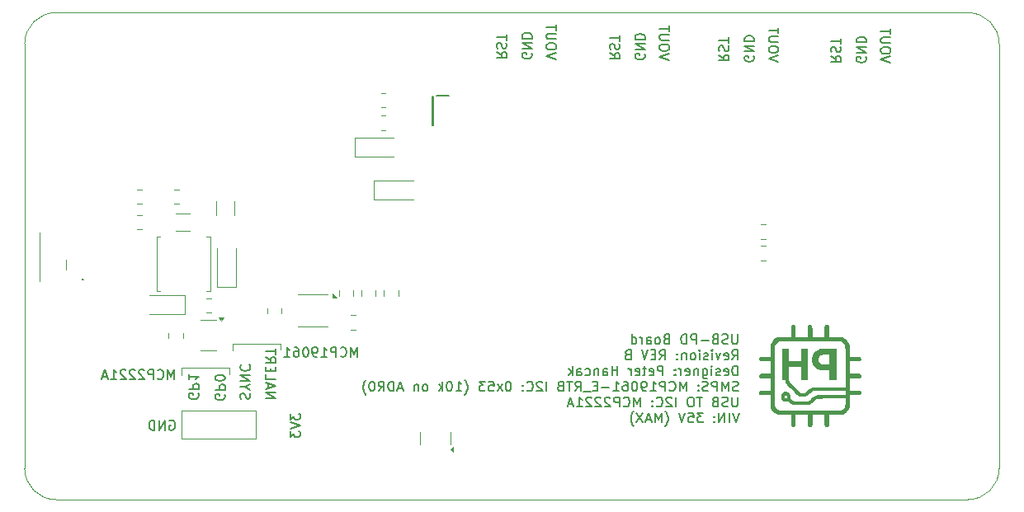
<source format=gbr>
%TF.GenerationSoftware,KiCad,Pcbnew,8.0.6*%
%TF.CreationDate,2026-01-03T17:25:48-08:00*%
%TF.ProjectId,USBPD_Board,55534250-445f-4426-9f61-72642e6b6963,A*%
%TF.SameCoordinates,PX5f5e100PY7270e00*%
%TF.FileFunction,Legend,Bot*%
%TF.FilePolarity,Positive*%
%FSLAX46Y46*%
G04 Gerber Fmt 4.6, Leading zero omitted, Abs format (unit mm)*
G04 Created by KiCad (PCBNEW 8.0.6) date 2026-01-03 17:25:48*
%MOMM*%
%LPD*%
G01*
G04 APERTURE LIST*
%ADD10C,0.100000*%
%ADD11C,0.150000*%
%ADD12C,0.153000*%
%ADD13C,0.120000*%
%ADD14C,0.200000*%
%ADD15C,0.000000*%
%TA.AperFunction,Profile*%
%ADD16C,0.050000*%
%TD*%
G04 APERTURE END LIST*
D10*
X26250000Y16000000D02*
X26250000Y15400000D01*
X16100000Y13500000D02*
X21000000Y13500000D01*
X23700000Y9100000D02*
X16100000Y9100000D01*
X16100000Y9100000D02*
X16100000Y6300000D01*
X23700000Y6300000D02*
X23700000Y9100000D01*
X21350000Y16000000D02*
X26250000Y16000000D01*
X21000000Y13500000D02*
X21000000Y12900000D01*
X21350000Y16000000D02*
X21350000Y15300000D01*
X16100000Y6300000D02*
X23700000Y6300000D01*
X16100000Y13500000D02*
X16100000Y12800000D01*
D11*
X34114285Y14645181D02*
X34114285Y15645181D01*
X34114285Y15645181D02*
X33780952Y14930896D01*
X33780952Y14930896D02*
X33447619Y15645181D01*
X33447619Y15645181D02*
X33447619Y14645181D01*
X32400000Y14740420D02*
X32447619Y14692800D01*
X32447619Y14692800D02*
X32590476Y14645181D01*
X32590476Y14645181D02*
X32685714Y14645181D01*
X32685714Y14645181D02*
X32828571Y14692800D01*
X32828571Y14692800D02*
X32923809Y14788039D01*
X32923809Y14788039D02*
X32971428Y14883277D01*
X32971428Y14883277D02*
X33019047Y15073753D01*
X33019047Y15073753D02*
X33019047Y15216610D01*
X33019047Y15216610D02*
X32971428Y15407086D01*
X32971428Y15407086D02*
X32923809Y15502324D01*
X32923809Y15502324D02*
X32828571Y15597562D01*
X32828571Y15597562D02*
X32685714Y15645181D01*
X32685714Y15645181D02*
X32590476Y15645181D01*
X32590476Y15645181D02*
X32447619Y15597562D01*
X32447619Y15597562D02*
X32400000Y15549943D01*
X31971428Y14645181D02*
X31971428Y15645181D01*
X31971428Y15645181D02*
X31590476Y15645181D01*
X31590476Y15645181D02*
X31495238Y15597562D01*
X31495238Y15597562D02*
X31447619Y15549943D01*
X31447619Y15549943D02*
X31400000Y15454705D01*
X31400000Y15454705D02*
X31400000Y15311848D01*
X31400000Y15311848D02*
X31447619Y15216610D01*
X31447619Y15216610D02*
X31495238Y15168991D01*
X31495238Y15168991D02*
X31590476Y15121372D01*
X31590476Y15121372D02*
X31971428Y15121372D01*
X30447619Y14645181D02*
X31019047Y14645181D01*
X30733333Y14645181D02*
X30733333Y15645181D01*
X30733333Y15645181D02*
X30828571Y15502324D01*
X30828571Y15502324D02*
X30923809Y15407086D01*
X30923809Y15407086D02*
X31019047Y15359467D01*
X29971428Y14645181D02*
X29780952Y14645181D01*
X29780952Y14645181D02*
X29685714Y14692800D01*
X29685714Y14692800D02*
X29638095Y14740420D01*
X29638095Y14740420D02*
X29542857Y14883277D01*
X29542857Y14883277D02*
X29495238Y15073753D01*
X29495238Y15073753D02*
X29495238Y15454705D01*
X29495238Y15454705D02*
X29542857Y15549943D01*
X29542857Y15549943D02*
X29590476Y15597562D01*
X29590476Y15597562D02*
X29685714Y15645181D01*
X29685714Y15645181D02*
X29876190Y15645181D01*
X29876190Y15645181D02*
X29971428Y15597562D01*
X29971428Y15597562D02*
X30019047Y15549943D01*
X30019047Y15549943D02*
X30066666Y15454705D01*
X30066666Y15454705D02*
X30066666Y15216610D01*
X30066666Y15216610D02*
X30019047Y15121372D01*
X30019047Y15121372D02*
X29971428Y15073753D01*
X29971428Y15073753D02*
X29876190Y15026134D01*
X29876190Y15026134D02*
X29685714Y15026134D01*
X29685714Y15026134D02*
X29590476Y15073753D01*
X29590476Y15073753D02*
X29542857Y15121372D01*
X29542857Y15121372D02*
X29495238Y15216610D01*
X28876190Y15645181D02*
X28780952Y15645181D01*
X28780952Y15645181D02*
X28685714Y15597562D01*
X28685714Y15597562D02*
X28638095Y15549943D01*
X28638095Y15549943D02*
X28590476Y15454705D01*
X28590476Y15454705D02*
X28542857Y15264229D01*
X28542857Y15264229D02*
X28542857Y15026134D01*
X28542857Y15026134D02*
X28590476Y14835658D01*
X28590476Y14835658D02*
X28638095Y14740420D01*
X28638095Y14740420D02*
X28685714Y14692800D01*
X28685714Y14692800D02*
X28780952Y14645181D01*
X28780952Y14645181D02*
X28876190Y14645181D01*
X28876190Y14645181D02*
X28971428Y14692800D01*
X28971428Y14692800D02*
X29019047Y14740420D01*
X29019047Y14740420D02*
X29066666Y14835658D01*
X29066666Y14835658D02*
X29114285Y15026134D01*
X29114285Y15026134D02*
X29114285Y15264229D01*
X29114285Y15264229D02*
X29066666Y15454705D01*
X29066666Y15454705D02*
X29019047Y15549943D01*
X29019047Y15549943D02*
X28971428Y15597562D01*
X28971428Y15597562D02*
X28876190Y15645181D01*
X27685714Y15645181D02*
X27876190Y15645181D01*
X27876190Y15645181D02*
X27971428Y15597562D01*
X27971428Y15597562D02*
X28019047Y15549943D01*
X28019047Y15549943D02*
X28114285Y15407086D01*
X28114285Y15407086D02*
X28161904Y15216610D01*
X28161904Y15216610D02*
X28161904Y14835658D01*
X28161904Y14835658D02*
X28114285Y14740420D01*
X28114285Y14740420D02*
X28066666Y14692800D01*
X28066666Y14692800D02*
X27971428Y14645181D01*
X27971428Y14645181D02*
X27780952Y14645181D01*
X27780952Y14645181D02*
X27685714Y14692800D01*
X27685714Y14692800D02*
X27638095Y14740420D01*
X27638095Y14740420D02*
X27590476Y14835658D01*
X27590476Y14835658D02*
X27590476Y15073753D01*
X27590476Y15073753D02*
X27638095Y15168991D01*
X27638095Y15168991D02*
X27685714Y15216610D01*
X27685714Y15216610D02*
X27780952Y15264229D01*
X27780952Y15264229D02*
X27971428Y15264229D01*
X27971428Y15264229D02*
X28066666Y15216610D01*
X28066666Y15216610D02*
X28114285Y15168991D01*
X28114285Y15168991D02*
X28161904Y15073753D01*
X26638095Y14645181D02*
X27209523Y14645181D01*
X26923809Y14645181D02*
X26923809Y15645181D01*
X26923809Y15645181D02*
X27019047Y15502324D01*
X27019047Y15502324D02*
X27114285Y15407086D01*
X27114285Y15407086D02*
X27209523Y15359467D01*
X17797561Y10885715D02*
X17845180Y10790477D01*
X17845180Y10790477D02*
X17845180Y10647620D01*
X17845180Y10647620D02*
X17797561Y10504763D01*
X17797561Y10504763D02*
X17702323Y10409525D01*
X17702323Y10409525D02*
X17607085Y10361906D01*
X17607085Y10361906D02*
X17416609Y10314287D01*
X17416609Y10314287D02*
X17273752Y10314287D01*
X17273752Y10314287D02*
X17083276Y10361906D01*
X17083276Y10361906D02*
X16988038Y10409525D01*
X16988038Y10409525D02*
X16892800Y10504763D01*
X16892800Y10504763D02*
X16845180Y10647620D01*
X16845180Y10647620D02*
X16845180Y10742858D01*
X16845180Y10742858D02*
X16892800Y10885715D01*
X16892800Y10885715D02*
X16940419Y10933334D01*
X16940419Y10933334D02*
X17273752Y10933334D01*
X17273752Y10933334D02*
X17273752Y10742858D01*
X16845180Y11361906D02*
X17845180Y11361906D01*
X17845180Y11361906D02*
X17845180Y11742858D01*
X17845180Y11742858D02*
X17797561Y11838096D01*
X17797561Y11838096D02*
X17749942Y11885715D01*
X17749942Y11885715D02*
X17654704Y11933334D01*
X17654704Y11933334D02*
X17511847Y11933334D01*
X17511847Y11933334D02*
X17416609Y11885715D01*
X17416609Y11885715D02*
X17368990Y11838096D01*
X17368990Y11838096D02*
X17321371Y11742858D01*
X17321371Y11742858D02*
X17321371Y11361906D01*
X16845180Y12885715D02*
X16845180Y12314287D01*
X16845180Y12600001D02*
X17845180Y12600001D01*
X17845180Y12600001D02*
X17702323Y12504763D01*
X17702323Y12504763D02*
X17607085Y12409525D01*
X17607085Y12409525D02*
X17559466Y12314287D01*
D12*
X48445336Y45952381D02*
X48921527Y45619048D01*
X48445336Y45380953D02*
X49445336Y45380953D01*
X49445336Y45380953D02*
X49445336Y45761905D01*
X49445336Y45761905D02*
X49397717Y45857143D01*
X49397717Y45857143D02*
X49350098Y45904762D01*
X49350098Y45904762D02*
X49254860Y45952381D01*
X49254860Y45952381D02*
X49112003Y45952381D01*
X49112003Y45952381D02*
X49016765Y45904762D01*
X49016765Y45904762D02*
X48969146Y45857143D01*
X48969146Y45857143D02*
X48921527Y45761905D01*
X48921527Y45761905D02*
X48921527Y45380953D01*
X48492956Y46333334D02*
X48445336Y46476191D01*
X48445336Y46476191D02*
X48445336Y46714286D01*
X48445336Y46714286D02*
X48492956Y46809524D01*
X48492956Y46809524D02*
X48540575Y46857143D01*
X48540575Y46857143D02*
X48635813Y46904762D01*
X48635813Y46904762D02*
X48731051Y46904762D01*
X48731051Y46904762D02*
X48826289Y46857143D01*
X48826289Y46857143D02*
X48873908Y46809524D01*
X48873908Y46809524D02*
X48921527Y46714286D01*
X48921527Y46714286D02*
X48969146Y46523810D01*
X48969146Y46523810D02*
X49016765Y46428572D01*
X49016765Y46428572D02*
X49064384Y46380953D01*
X49064384Y46380953D02*
X49159622Y46333334D01*
X49159622Y46333334D02*
X49254860Y46333334D01*
X49254860Y46333334D02*
X49350098Y46380953D01*
X49350098Y46380953D02*
X49397717Y46428572D01*
X49397717Y46428572D02*
X49445336Y46523810D01*
X49445336Y46523810D02*
X49445336Y46761905D01*
X49445336Y46761905D02*
X49397717Y46904762D01*
X49445336Y47190477D02*
X49445336Y47761905D01*
X48445336Y47476191D02*
X49445336Y47476191D01*
X51997717Y45838096D02*
X52045336Y45742858D01*
X52045336Y45742858D02*
X52045336Y45600001D01*
X52045336Y45600001D02*
X51997717Y45457144D01*
X51997717Y45457144D02*
X51902479Y45361906D01*
X51902479Y45361906D02*
X51807241Y45314287D01*
X51807241Y45314287D02*
X51616765Y45266668D01*
X51616765Y45266668D02*
X51473908Y45266668D01*
X51473908Y45266668D02*
X51283432Y45314287D01*
X51283432Y45314287D02*
X51188194Y45361906D01*
X51188194Y45361906D02*
X51092956Y45457144D01*
X51092956Y45457144D02*
X51045336Y45600001D01*
X51045336Y45600001D02*
X51045336Y45695239D01*
X51045336Y45695239D02*
X51092956Y45838096D01*
X51092956Y45838096D02*
X51140575Y45885715D01*
X51140575Y45885715D02*
X51473908Y45885715D01*
X51473908Y45885715D02*
X51473908Y45695239D01*
X51045336Y46314287D02*
X52045336Y46314287D01*
X52045336Y46314287D02*
X51045336Y46885715D01*
X51045336Y46885715D02*
X52045336Y46885715D01*
X51045336Y47361906D02*
X52045336Y47361906D01*
X52045336Y47361906D02*
X52045336Y47600001D01*
X52045336Y47600001D02*
X51997717Y47742858D01*
X51997717Y47742858D02*
X51902479Y47838096D01*
X51902479Y47838096D02*
X51807241Y47885715D01*
X51807241Y47885715D02*
X51616765Y47933334D01*
X51616765Y47933334D02*
X51473908Y47933334D01*
X51473908Y47933334D02*
X51283432Y47885715D01*
X51283432Y47885715D02*
X51188194Y47838096D01*
X51188194Y47838096D02*
X51092956Y47742858D01*
X51092956Y47742858D02*
X51045336Y47600001D01*
X51045336Y47600001D02*
X51045336Y47361906D01*
X60045336Y45852381D02*
X60521527Y45519048D01*
X60045336Y45280953D02*
X61045336Y45280953D01*
X61045336Y45280953D02*
X61045336Y45661905D01*
X61045336Y45661905D02*
X60997717Y45757143D01*
X60997717Y45757143D02*
X60950098Y45804762D01*
X60950098Y45804762D02*
X60854860Y45852381D01*
X60854860Y45852381D02*
X60712003Y45852381D01*
X60712003Y45852381D02*
X60616765Y45804762D01*
X60616765Y45804762D02*
X60569146Y45757143D01*
X60569146Y45757143D02*
X60521527Y45661905D01*
X60521527Y45661905D02*
X60521527Y45280953D01*
X60092956Y46233334D02*
X60045336Y46376191D01*
X60045336Y46376191D02*
X60045336Y46614286D01*
X60045336Y46614286D02*
X60092956Y46709524D01*
X60092956Y46709524D02*
X60140575Y46757143D01*
X60140575Y46757143D02*
X60235813Y46804762D01*
X60235813Y46804762D02*
X60331051Y46804762D01*
X60331051Y46804762D02*
X60426289Y46757143D01*
X60426289Y46757143D02*
X60473908Y46709524D01*
X60473908Y46709524D02*
X60521527Y46614286D01*
X60521527Y46614286D02*
X60569146Y46423810D01*
X60569146Y46423810D02*
X60616765Y46328572D01*
X60616765Y46328572D02*
X60664384Y46280953D01*
X60664384Y46280953D02*
X60759622Y46233334D01*
X60759622Y46233334D02*
X60854860Y46233334D01*
X60854860Y46233334D02*
X60950098Y46280953D01*
X60950098Y46280953D02*
X60997717Y46328572D01*
X60997717Y46328572D02*
X61045336Y46423810D01*
X61045336Y46423810D02*
X61045336Y46661905D01*
X61045336Y46661905D02*
X60997717Y46804762D01*
X61045336Y47090477D02*
X61045336Y47661905D01*
X60045336Y47376191D02*
X61045336Y47376191D01*
D11*
X15366666Y12345181D02*
X15366666Y13345181D01*
X15366666Y13345181D02*
X15033333Y12630896D01*
X15033333Y12630896D02*
X14700000Y13345181D01*
X14700000Y13345181D02*
X14700000Y12345181D01*
X13652381Y12440420D02*
X13700000Y12392800D01*
X13700000Y12392800D02*
X13842857Y12345181D01*
X13842857Y12345181D02*
X13938095Y12345181D01*
X13938095Y12345181D02*
X14080952Y12392800D01*
X14080952Y12392800D02*
X14176190Y12488039D01*
X14176190Y12488039D02*
X14223809Y12583277D01*
X14223809Y12583277D02*
X14271428Y12773753D01*
X14271428Y12773753D02*
X14271428Y12916610D01*
X14271428Y12916610D02*
X14223809Y13107086D01*
X14223809Y13107086D02*
X14176190Y13202324D01*
X14176190Y13202324D02*
X14080952Y13297562D01*
X14080952Y13297562D02*
X13938095Y13345181D01*
X13938095Y13345181D02*
X13842857Y13345181D01*
X13842857Y13345181D02*
X13700000Y13297562D01*
X13700000Y13297562D02*
X13652381Y13249943D01*
X13223809Y12345181D02*
X13223809Y13345181D01*
X13223809Y13345181D02*
X12842857Y13345181D01*
X12842857Y13345181D02*
X12747619Y13297562D01*
X12747619Y13297562D02*
X12700000Y13249943D01*
X12700000Y13249943D02*
X12652381Y13154705D01*
X12652381Y13154705D02*
X12652381Y13011848D01*
X12652381Y13011848D02*
X12700000Y12916610D01*
X12700000Y12916610D02*
X12747619Y12868991D01*
X12747619Y12868991D02*
X12842857Y12821372D01*
X12842857Y12821372D02*
X13223809Y12821372D01*
X12271428Y13249943D02*
X12223809Y13297562D01*
X12223809Y13297562D02*
X12128571Y13345181D01*
X12128571Y13345181D02*
X11890476Y13345181D01*
X11890476Y13345181D02*
X11795238Y13297562D01*
X11795238Y13297562D02*
X11747619Y13249943D01*
X11747619Y13249943D02*
X11700000Y13154705D01*
X11700000Y13154705D02*
X11700000Y13059467D01*
X11700000Y13059467D02*
X11747619Y12916610D01*
X11747619Y12916610D02*
X12319047Y12345181D01*
X12319047Y12345181D02*
X11700000Y12345181D01*
X11319047Y13249943D02*
X11271428Y13297562D01*
X11271428Y13297562D02*
X11176190Y13345181D01*
X11176190Y13345181D02*
X10938095Y13345181D01*
X10938095Y13345181D02*
X10842857Y13297562D01*
X10842857Y13297562D02*
X10795238Y13249943D01*
X10795238Y13249943D02*
X10747619Y13154705D01*
X10747619Y13154705D02*
X10747619Y13059467D01*
X10747619Y13059467D02*
X10795238Y12916610D01*
X10795238Y12916610D02*
X11366666Y12345181D01*
X11366666Y12345181D02*
X10747619Y12345181D01*
X10366666Y13249943D02*
X10319047Y13297562D01*
X10319047Y13297562D02*
X10223809Y13345181D01*
X10223809Y13345181D02*
X9985714Y13345181D01*
X9985714Y13345181D02*
X9890476Y13297562D01*
X9890476Y13297562D02*
X9842857Y13249943D01*
X9842857Y13249943D02*
X9795238Y13154705D01*
X9795238Y13154705D02*
X9795238Y13059467D01*
X9795238Y13059467D02*
X9842857Y12916610D01*
X9842857Y12916610D02*
X10414285Y12345181D01*
X10414285Y12345181D02*
X9795238Y12345181D01*
X8842857Y12345181D02*
X9414285Y12345181D01*
X9128571Y12345181D02*
X9128571Y13345181D01*
X9128571Y13345181D02*
X9223809Y13202324D01*
X9223809Y13202324D02*
X9319047Y13107086D01*
X9319047Y13107086D02*
X9414285Y13059467D01*
X8461904Y12630896D02*
X7985714Y12630896D01*
X8557142Y12345181D02*
X8223809Y13345181D01*
X8223809Y13345181D02*
X7890476Y12345181D01*
D12*
X74797717Y45538096D02*
X74845336Y45442858D01*
X74845336Y45442858D02*
X74845336Y45300001D01*
X74845336Y45300001D02*
X74797717Y45157144D01*
X74797717Y45157144D02*
X74702479Y45061906D01*
X74702479Y45061906D02*
X74607241Y45014287D01*
X74607241Y45014287D02*
X74416765Y44966668D01*
X74416765Y44966668D02*
X74273908Y44966668D01*
X74273908Y44966668D02*
X74083432Y45014287D01*
X74083432Y45014287D02*
X73988194Y45061906D01*
X73988194Y45061906D02*
X73892956Y45157144D01*
X73892956Y45157144D02*
X73845336Y45300001D01*
X73845336Y45300001D02*
X73845336Y45395239D01*
X73845336Y45395239D02*
X73892956Y45538096D01*
X73892956Y45538096D02*
X73940575Y45585715D01*
X73940575Y45585715D02*
X74273908Y45585715D01*
X74273908Y45585715D02*
X74273908Y45395239D01*
X73845336Y46014287D02*
X74845336Y46014287D01*
X74845336Y46014287D02*
X73845336Y46585715D01*
X73845336Y46585715D02*
X74845336Y46585715D01*
X73845336Y47061906D02*
X74845336Y47061906D01*
X74845336Y47061906D02*
X74845336Y47300001D01*
X74845336Y47300001D02*
X74797717Y47442858D01*
X74797717Y47442858D02*
X74702479Y47538096D01*
X74702479Y47538096D02*
X74607241Y47585715D01*
X74607241Y47585715D02*
X74416765Y47633334D01*
X74416765Y47633334D02*
X74273908Y47633334D01*
X74273908Y47633334D02*
X74083432Y47585715D01*
X74083432Y47585715D02*
X73988194Y47538096D01*
X73988194Y47538096D02*
X73892956Y47442858D01*
X73892956Y47442858D02*
X73845336Y47300001D01*
X73845336Y47300001D02*
X73845336Y47061906D01*
X63597717Y45738096D02*
X63645336Y45642858D01*
X63645336Y45642858D02*
X63645336Y45500001D01*
X63645336Y45500001D02*
X63597717Y45357144D01*
X63597717Y45357144D02*
X63502479Y45261906D01*
X63502479Y45261906D02*
X63407241Y45214287D01*
X63407241Y45214287D02*
X63216765Y45166668D01*
X63216765Y45166668D02*
X63073908Y45166668D01*
X63073908Y45166668D02*
X62883432Y45214287D01*
X62883432Y45214287D02*
X62788194Y45261906D01*
X62788194Y45261906D02*
X62692956Y45357144D01*
X62692956Y45357144D02*
X62645336Y45500001D01*
X62645336Y45500001D02*
X62645336Y45595239D01*
X62645336Y45595239D02*
X62692956Y45738096D01*
X62692956Y45738096D02*
X62740575Y45785715D01*
X62740575Y45785715D02*
X63073908Y45785715D01*
X63073908Y45785715D02*
X63073908Y45595239D01*
X62645336Y46214287D02*
X63645336Y46214287D01*
X63645336Y46214287D02*
X62645336Y46785715D01*
X62645336Y46785715D02*
X63645336Y46785715D01*
X62645336Y47261906D02*
X63645336Y47261906D01*
X63645336Y47261906D02*
X63645336Y47500001D01*
X63645336Y47500001D02*
X63597717Y47642858D01*
X63597717Y47642858D02*
X63502479Y47738096D01*
X63502479Y47738096D02*
X63407241Y47785715D01*
X63407241Y47785715D02*
X63216765Y47833334D01*
X63216765Y47833334D02*
X63073908Y47833334D01*
X63073908Y47833334D02*
X62883432Y47785715D01*
X62883432Y47785715D02*
X62788194Y47738096D01*
X62788194Y47738096D02*
X62692956Y47642858D01*
X62692956Y47642858D02*
X62645336Y47500001D01*
X62645336Y47500001D02*
X62645336Y47261906D01*
X54545336Y45238096D02*
X53545336Y45571429D01*
X53545336Y45571429D02*
X54545336Y45904762D01*
X54545336Y46428572D02*
X54545336Y46619048D01*
X54545336Y46619048D02*
X54497717Y46714286D01*
X54497717Y46714286D02*
X54402479Y46809524D01*
X54402479Y46809524D02*
X54212003Y46857143D01*
X54212003Y46857143D02*
X53878670Y46857143D01*
X53878670Y46857143D02*
X53688194Y46809524D01*
X53688194Y46809524D02*
X53592956Y46714286D01*
X53592956Y46714286D02*
X53545336Y46619048D01*
X53545336Y46619048D02*
X53545336Y46428572D01*
X53545336Y46428572D02*
X53592956Y46333334D01*
X53592956Y46333334D02*
X53688194Y46238096D01*
X53688194Y46238096D02*
X53878670Y46190477D01*
X53878670Y46190477D02*
X54212003Y46190477D01*
X54212003Y46190477D02*
X54402479Y46238096D01*
X54402479Y46238096D02*
X54497717Y46333334D01*
X54497717Y46333334D02*
X54545336Y46428572D01*
X54545336Y47285715D02*
X53735813Y47285715D01*
X53735813Y47285715D02*
X53640575Y47333334D01*
X53640575Y47333334D02*
X53592956Y47380953D01*
X53592956Y47380953D02*
X53545336Y47476191D01*
X53545336Y47476191D02*
X53545336Y47666667D01*
X53545336Y47666667D02*
X53592956Y47761905D01*
X53592956Y47761905D02*
X53640575Y47809524D01*
X53640575Y47809524D02*
X53735813Y47857143D01*
X53735813Y47857143D02*
X54545336Y47857143D01*
X54545336Y48190477D02*
X54545336Y48761905D01*
X53545336Y48476191D02*
X54545336Y48476191D01*
X88845336Y44838096D02*
X87845336Y45171429D01*
X87845336Y45171429D02*
X88845336Y45504762D01*
X88845336Y46028572D02*
X88845336Y46219048D01*
X88845336Y46219048D02*
X88797717Y46314286D01*
X88797717Y46314286D02*
X88702479Y46409524D01*
X88702479Y46409524D02*
X88512003Y46457143D01*
X88512003Y46457143D02*
X88178670Y46457143D01*
X88178670Y46457143D02*
X87988194Y46409524D01*
X87988194Y46409524D02*
X87892956Y46314286D01*
X87892956Y46314286D02*
X87845336Y46219048D01*
X87845336Y46219048D02*
X87845336Y46028572D01*
X87845336Y46028572D02*
X87892956Y45933334D01*
X87892956Y45933334D02*
X87988194Y45838096D01*
X87988194Y45838096D02*
X88178670Y45790477D01*
X88178670Y45790477D02*
X88512003Y45790477D01*
X88512003Y45790477D02*
X88702479Y45838096D01*
X88702479Y45838096D02*
X88797717Y45933334D01*
X88797717Y45933334D02*
X88845336Y46028572D01*
X88845336Y46885715D02*
X88035813Y46885715D01*
X88035813Y46885715D02*
X87940575Y46933334D01*
X87940575Y46933334D02*
X87892956Y46980953D01*
X87892956Y46980953D02*
X87845336Y47076191D01*
X87845336Y47076191D02*
X87845336Y47266667D01*
X87845336Y47266667D02*
X87892956Y47361905D01*
X87892956Y47361905D02*
X87940575Y47409524D01*
X87940575Y47409524D02*
X88035813Y47457143D01*
X88035813Y47457143D02*
X88845336Y47457143D01*
X88845336Y47790477D02*
X88845336Y48361905D01*
X87845336Y48076191D02*
X88845336Y48076191D01*
X73161247Y16970197D02*
X73161247Y16160674D01*
X73161247Y16160674D02*
X73113628Y16065436D01*
X73113628Y16065436D02*
X73066009Y16017816D01*
X73066009Y16017816D02*
X72970771Y15970197D01*
X72970771Y15970197D02*
X72780295Y15970197D01*
X72780295Y15970197D02*
X72685057Y16017816D01*
X72685057Y16017816D02*
X72637438Y16065436D01*
X72637438Y16065436D02*
X72589819Y16160674D01*
X72589819Y16160674D02*
X72589819Y16970197D01*
X72161247Y16017816D02*
X72018390Y15970197D01*
X72018390Y15970197D02*
X71780295Y15970197D01*
X71780295Y15970197D02*
X71685057Y16017816D01*
X71685057Y16017816D02*
X71637438Y16065436D01*
X71637438Y16065436D02*
X71589819Y16160674D01*
X71589819Y16160674D02*
X71589819Y16255912D01*
X71589819Y16255912D02*
X71637438Y16351150D01*
X71637438Y16351150D02*
X71685057Y16398769D01*
X71685057Y16398769D02*
X71780295Y16446388D01*
X71780295Y16446388D02*
X71970771Y16494007D01*
X71970771Y16494007D02*
X72066009Y16541626D01*
X72066009Y16541626D02*
X72113628Y16589245D01*
X72113628Y16589245D02*
X72161247Y16684483D01*
X72161247Y16684483D02*
X72161247Y16779721D01*
X72161247Y16779721D02*
X72113628Y16874959D01*
X72113628Y16874959D02*
X72066009Y16922578D01*
X72066009Y16922578D02*
X71970771Y16970197D01*
X71970771Y16970197D02*
X71732676Y16970197D01*
X71732676Y16970197D02*
X71589819Y16922578D01*
X70827914Y16494007D02*
X70685057Y16446388D01*
X70685057Y16446388D02*
X70637438Y16398769D01*
X70637438Y16398769D02*
X70589819Y16303531D01*
X70589819Y16303531D02*
X70589819Y16160674D01*
X70589819Y16160674D02*
X70637438Y16065436D01*
X70637438Y16065436D02*
X70685057Y16017816D01*
X70685057Y16017816D02*
X70780295Y15970197D01*
X70780295Y15970197D02*
X71161247Y15970197D01*
X71161247Y15970197D02*
X71161247Y16970197D01*
X71161247Y16970197D02*
X70827914Y16970197D01*
X70827914Y16970197D02*
X70732676Y16922578D01*
X70732676Y16922578D02*
X70685057Y16874959D01*
X70685057Y16874959D02*
X70637438Y16779721D01*
X70637438Y16779721D02*
X70637438Y16684483D01*
X70637438Y16684483D02*
X70685057Y16589245D01*
X70685057Y16589245D02*
X70732676Y16541626D01*
X70732676Y16541626D02*
X70827914Y16494007D01*
X70827914Y16494007D02*
X71161247Y16494007D01*
X70161247Y16351150D02*
X69399343Y16351150D01*
X68923152Y15970197D02*
X68923152Y16970197D01*
X68923152Y16970197D02*
X68542200Y16970197D01*
X68542200Y16970197D02*
X68446962Y16922578D01*
X68446962Y16922578D02*
X68399343Y16874959D01*
X68399343Y16874959D02*
X68351724Y16779721D01*
X68351724Y16779721D02*
X68351724Y16636864D01*
X68351724Y16636864D02*
X68399343Y16541626D01*
X68399343Y16541626D02*
X68446962Y16494007D01*
X68446962Y16494007D02*
X68542200Y16446388D01*
X68542200Y16446388D02*
X68923152Y16446388D01*
X67923152Y15970197D02*
X67923152Y16970197D01*
X67923152Y16970197D02*
X67685057Y16970197D01*
X67685057Y16970197D02*
X67542200Y16922578D01*
X67542200Y16922578D02*
X67446962Y16827340D01*
X67446962Y16827340D02*
X67399343Y16732102D01*
X67399343Y16732102D02*
X67351724Y16541626D01*
X67351724Y16541626D02*
X67351724Y16398769D01*
X67351724Y16398769D02*
X67399343Y16208293D01*
X67399343Y16208293D02*
X67446962Y16113055D01*
X67446962Y16113055D02*
X67542200Y16017816D01*
X67542200Y16017816D02*
X67685057Y15970197D01*
X67685057Y15970197D02*
X67923152Y15970197D01*
X65827914Y16494007D02*
X65685057Y16446388D01*
X65685057Y16446388D02*
X65637438Y16398769D01*
X65637438Y16398769D02*
X65589819Y16303531D01*
X65589819Y16303531D02*
X65589819Y16160674D01*
X65589819Y16160674D02*
X65637438Y16065436D01*
X65637438Y16065436D02*
X65685057Y16017816D01*
X65685057Y16017816D02*
X65780295Y15970197D01*
X65780295Y15970197D02*
X66161247Y15970197D01*
X66161247Y15970197D02*
X66161247Y16970197D01*
X66161247Y16970197D02*
X65827914Y16970197D01*
X65827914Y16970197D02*
X65732676Y16922578D01*
X65732676Y16922578D02*
X65685057Y16874959D01*
X65685057Y16874959D02*
X65637438Y16779721D01*
X65637438Y16779721D02*
X65637438Y16684483D01*
X65637438Y16684483D02*
X65685057Y16589245D01*
X65685057Y16589245D02*
X65732676Y16541626D01*
X65732676Y16541626D02*
X65827914Y16494007D01*
X65827914Y16494007D02*
X66161247Y16494007D01*
X65018390Y15970197D02*
X65113628Y16017816D01*
X65113628Y16017816D02*
X65161247Y16065436D01*
X65161247Y16065436D02*
X65208866Y16160674D01*
X65208866Y16160674D02*
X65208866Y16446388D01*
X65208866Y16446388D02*
X65161247Y16541626D01*
X65161247Y16541626D02*
X65113628Y16589245D01*
X65113628Y16589245D02*
X65018390Y16636864D01*
X65018390Y16636864D02*
X64875533Y16636864D01*
X64875533Y16636864D02*
X64780295Y16589245D01*
X64780295Y16589245D02*
X64732676Y16541626D01*
X64732676Y16541626D02*
X64685057Y16446388D01*
X64685057Y16446388D02*
X64685057Y16160674D01*
X64685057Y16160674D02*
X64732676Y16065436D01*
X64732676Y16065436D02*
X64780295Y16017816D01*
X64780295Y16017816D02*
X64875533Y15970197D01*
X64875533Y15970197D02*
X65018390Y15970197D01*
X63827914Y15970197D02*
X63827914Y16494007D01*
X63827914Y16494007D02*
X63875533Y16589245D01*
X63875533Y16589245D02*
X63970771Y16636864D01*
X63970771Y16636864D02*
X64161247Y16636864D01*
X64161247Y16636864D02*
X64256485Y16589245D01*
X63827914Y16017816D02*
X63923152Y15970197D01*
X63923152Y15970197D02*
X64161247Y15970197D01*
X64161247Y15970197D02*
X64256485Y16017816D01*
X64256485Y16017816D02*
X64304104Y16113055D01*
X64304104Y16113055D02*
X64304104Y16208293D01*
X64304104Y16208293D02*
X64256485Y16303531D01*
X64256485Y16303531D02*
X64161247Y16351150D01*
X64161247Y16351150D02*
X63923152Y16351150D01*
X63923152Y16351150D02*
X63827914Y16398769D01*
X63351723Y15970197D02*
X63351723Y16636864D01*
X63351723Y16446388D02*
X63304104Y16541626D01*
X63304104Y16541626D02*
X63256485Y16589245D01*
X63256485Y16589245D02*
X63161247Y16636864D01*
X63161247Y16636864D02*
X63066009Y16636864D01*
X62304104Y15970197D02*
X62304104Y16970197D01*
X62304104Y16017816D02*
X62399342Y15970197D01*
X62399342Y15970197D02*
X62589818Y15970197D01*
X62589818Y15970197D02*
X62685056Y16017816D01*
X62685056Y16017816D02*
X62732675Y16065436D01*
X62732675Y16065436D02*
X62780294Y16160674D01*
X62780294Y16160674D02*
X62780294Y16446388D01*
X62780294Y16446388D02*
X62732675Y16541626D01*
X62732675Y16541626D02*
X62685056Y16589245D01*
X62685056Y16589245D02*
X62589818Y16636864D01*
X62589818Y16636864D02*
X62399342Y16636864D01*
X62399342Y16636864D02*
X62304104Y16589245D01*
X72589819Y14360253D02*
X72923152Y14836444D01*
X73161247Y14360253D02*
X73161247Y15360253D01*
X73161247Y15360253D02*
X72780295Y15360253D01*
X72780295Y15360253D02*
X72685057Y15312634D01*
X72685057Y15312634D02*
X72637438Y15265015D01*
X72637438Y15265015D02*
X72589819Y15169777D01*
X72589819Y15169777D02*
X72589819Y15026920D01*
X72589819Y15026920D02*
X72637438Y14931682D01*
X72637438Y14931682D02*
X72685057Y14884063D01*
X72685057Y14884063D02*
X72780295Y14836444D01*
X72780295Y14836444D02*
X73161247Y14836444D01*
X71780295Y14407872D02*
X71875533Y14360253D01*
X71875533Y14360253D02*
X72066009Y14360253D01*
X72066009Y14360253D02*
X72161247Y14407872D01*
X72161247Y14407872D02*
X72208866Y14503111D01*
X72208866Y14503111D02*
X72208866Y14884063D01*
X72208866Y14884063D02*
X72161247Y14979301D01*
X72161247Y14979301D02*
X72066009Y15026920D01*
X72066009Y15026920D02*
X71875533Y15026920D01*
X71875533Y15026920D02*
X71780295Y14979301D01*
X71780295Y14979301D02*
X71732676Y14884063D01*
X71732676Y14884063D02*
X71732676Y14788825D01*
X71732676Y14788825D02*
X72208866Y14693587D01*
X71399342Y15026920D02*
X71161247Y14360253D01*
X71161247Y14360253D02*
X70923152Y15026920D01*
X70542199Y14360253D02*
X70542199Y15026920D01*
X70542199Y15360253D02*
X70589818Y15312634D01*
X70589818Y15312634D02*
X70542199Y15265015D01*
X70542199Y15265015D02*
X70494580Y15312634D01*
X70494580Y15312634D02*
X70542199Y15360253D01*
X70542199Y15360253D02*
X70542199Y15265015D01*
X70113628Y14407872D02*
X70018390Y14360253D01*
X70018390Y14360253D02*
X69827914Y14360253D01*
X69827914Y14360253D02*
X69732676Y14407872D01*
X69732676Y14407872D02*
X69685057Y14503111D01*
X69685057Y14503111D02*
X69685057Y14550730D01*
X69685057Y14550730D02*
X69732676Y14645968D01*
X69732676Y14645968D02*
X69827914Y14693587D01*
X69827914Y14693587D02*
X69970771Y14693587D01*
X69970771Y14693587D02*
X70066009Y14741206D01*
X70066009Y14741206D02*
X70113628Y14836444D01*
X70113628Y14836444D02*
X70113628Y14884063D01*
X70113628Y14884063D02*
X70066009Y14979301D01*
X70066009Y14979301D02*
X69970771Y15026920D01*
X69970771Y15026920D02*
X69827914Y15026920D01*
X69827914Y15026920D02*
X69732676Y14979301D01*
X69256485Y14360253D02*
X69256485Y15026920D01*
X69256485Y15360253D02*
X69304104Y15312634D01*
X69304104Y15312634D02*
X69256485Y15265015D01*
X69256485Y15265015D02*
X69208866Y15312634D01*
X69208866Y15312634D02*
X69256485Y15360253D01*
X69256485Y15360253D02*
X69256485Y15265015D01*
X68637438Y14360253D02*
X68732676Y14407872D01*
X68732676Y14407872D02*
X68780295Y14455492D01*
X68780295Y14455492D02*
X68827914Y14550730D01*
X68827914Y14550730D02*
X68827914Y14836444D01*
X68827914Y14836444D02*
X68780295Y14931682D01*
X68780295Y14931682D02*
X68732676Y14979301D01*
X68732676Y14979301D02*
X68637438Y15026920D01*
X68637438Y15026920D02*
X68494581Y15026920D01*
X68494581Y15026920D02*
X68399343Y14979301D01*
X68399343Y14979301D02*
X68351724Y14931682D01*
X68351724Y14931682D02*
X68304105Y14836444D01*
X68304105Y14836444D02*
X68304105Y14550730D01*
X68304105Y14550730D02*
X68351724Y14455492D01*
X68351724Y14455492D02*
X68399343Y14407872D01*
X68399343Y14407872D02*
X68494581Y14360253D01*
X68494581Y14360253D02*
X68637438Y14360253D01*
X67875533Y15026920D02*
X67875533Y14360253D01*
X67875533Y14931682D02*
X67827914Y14979301D01*
X67827914Y14979301D02*
X67732676Y15026920D01*
X67732676Y15026920D02*
X67589819Y15026920D01*
X67589819Y15026920D02*
X67494581Y14979301D01*
X67494581Y14979301D02*
X67446962Y14884063D01*
X67446962Y14884063D02*
X67446962Y14360253D01*
X66970771Y14455492D02*
X66923152Y14407872D01*
X66923152Y14407872D02*
X66970771Y14360253D01*
X66970771Y14360253D02*
X67018390Y14407872D01*
X67018390Y14407872D02*
X66970771Y14455492D01*
X66970771Y14455492D02*
X66970771Y14360253D01*
X66970771Y14979301D02*
X66923152Y14931682D01*
X66923152Y14931682D02*
X66970771Y14884063D01*
X66970771Y14884063D02*
X67018390Y14931682D01*
X67018390Y14931682D02*
X66970771Y14979301D01*
X66970771Y14979301D02*
X66970771Y14884063D01*
X65161248Y14360253D02*
X65494581Y14836444D01*
X65732676Y14360253D02*
X65732676Y15360253D01*
X65732676Y15360253D02*
X65351724Y15360253D01*
X65351724Y15360253D02*
X65256486Y15312634D01*
X65256486Y15312634D02*
X65208867Y15265015D01*
X65208867Y15265015D02*
X65161248Y15169777D01*
X65161248Y15169777D02*
X65161248Y15026920D01*
X65161248Y15026920D02*
X65208867Y14931682D01*
X65208867Y14931682D02*
X65256486Y14884063D01*
X65256486Y14884063D02*
X65351724Y14836444D01*
X65351724Y14836444D02*
X65732676Y14836444D01*
X64732676Y14884063D02*
X64399343Y14884063D01*
X64256486Y14360253D02*
X64732676Y14360253D01*
X64732676Y14360253D02*
X64732676Y15360253D01*
X64732676Y15360253D02*
X64256486Y15360253D01*
X63970771Y15360253D02*
X63637438Y14360253D01*
X63637438Y14360253D02*
X63304105Y15360253D01*
X61875533Y14884063D02*
X61732676Y14836444D01*
X61732676Y14836444D02*
X61685057Y14788825D01*
X61685057Y14788825D02*
X61637438Y14693587D01*
X61637438Y14693587D02*
X61637438Y14550730D01*
X61637438Y14550730D02*
X61685057Y14455492D01*
X61685057Y14455492D02*
X61732676Y14407872D01*
X61732676Y14407872D02*
X61827914Y14360253D01*
X61827914Y14360253D02*
X62208866Y14360253D01*
X62208866Y14360253D02*
X62208866Y15360253D01*
X62208866Y15360253D02*
X61875533Y15360253D01*
X61875533Y15360253D02*
X61780295Y15312634D01*
X61780295Y15312634D02*
X61732676Y15265015D01*
X61732676Y15265015D02*
X61685057Y15169777D01*
X61685057Y15169777D02*
X61685057Y15074539D01*
X61685057Y15074539D02*
X61732676Y14979301D01*
X61732676Y14979301D02*
X61780295Y14931682D01*
X61780295Y14931682D02*
X61875533Y14884063D01*
X61875533Y14884063D02*
X62208866Y14884063D01*
X73161247Y12750309D02*
X73161247Y13750309D01*
X73161247Y13750309D02*
X72923152Y13750309D01*
X72923152Y13750309D02*
X72780295Y13702690D01*
X72780295Y13702690D02*
X72685057Y13607452D01*
X72685057Y13607452D02*
X72637438Y13512214D01*
X72637438Y13512214D02*
X72589819Y13321738D01*
X72589819Y13321738D02*
X72589819Y13178881D01*
X72589819Y13178881D02*
X72637438Y12988405D01*
X72637438Y12988405D02*
X72685057Y12893167D01*
X72685057Y12893167D02*
X72780295Y12797928D01*
X72780295Y12797928D02*
X72923152Y12750309D01*
X72923152Y12750309D02*
X73161247Y12750309D01*
X71780295Y12797928D02*
X71875533Y12750309D01*
X71875533Y12750309D02*
X72066009Y12750309D01*
X72066009Y12750309D02*
X72161247Y12797928D01*
X72161247Y12797928D02*
X72208866Y12893167D01*
X72208866Y12893167D02*
X72208866Y13274119D01*
X72208866Y13274119D02*
X72161247Y13369357D01*
X72161247Y13369357D02*
X72066009Y13416976D01*
X72066009Y13416976D02*
X71875533Y13416976D01*
X71875533Y13416976D02*
X71780295Y13369357D01*
X71780295Y13369357D02*
X71732676Y13274119D01*
X71732676Y13274119D02*
X71732676Y13178881D01*
X71732676Y13178881D02*
X72208866Y13083643D01*
X71351723Y12797928D02*
X71256485Y12750309D01*
X71256485Y12750309D02*
X71066009Y12750309D01*
X71066009Y12750309D02*
X70970771Y12797928D01*
X70970771Y12797928D02*
X70923152Y12893167D01*
X70923152Y12893167D02*
X70923152Y12940786D01*
X70923152Y12940786D02*
X70970771Y13036024D01*
X70970771Y13036024D02*
X71066009Y13083643D01*
X71066009Y13083643D02*
X71208866Y13083643D01*
X71208866Y13083643D02*
X71304104Y13131262D01*
X71304104Y13131262D02*
X71351723Y13226500D01*
X71351723Y13226500D02*
X71351723Y13274119D01*
X71351723Y13274119D02*
X71304104Y13369357D01*
X71304104Y13369357D02*
X71208866Y13416976D01*
X71208866Y13416976D02*
X71066009Y13416976D01*
X71066009Y13416976D02*
X70970771Y13369357D01*
X70494580Y12750309D02*
X70494580Y13416976D01*
X70494580Y13750309D02*
X70542199Y13702690D01*
X70542199Y13702690D02*
X70494580Y13655071D01*
X70494580Y13655071D02*
X70446961Y13702690D01*
X70446961Y13702690D02*
X70494580Y13750309D01*
X70494580Y13750309D02*
X70494580Y13655071D01*
X69589819Y13416976D02*
X69589819Y12607452D01*
X69589819Y12607452D02*
X69637438Y12512214D01*
X69637438Y12512214D02*
X69685057Y12464595D01*
X69685057Y12464595D02*
X69780295Y12416976D01*
X69780295Y12416976D02*
X69923152Y12416976D01*
X69923152Y12416976D02*
X70018390Y12464595D01*
X69589819Y12797928D02*
X69685057Y12750309D01*
X69685057Y12750309D02*
X69875533Y12750309D01*
X69875533Y12750309D02*
X69970771Y12797928D01*
X69970771Y12797928D02*
X70018390Y12845548D01*
X70018390Y12845548D02*
X70066009Y12940786D01*
X70066009Y12940786D02*
X70066009Y13226500D01*
X70066009Y13226500D02*
X70018390Y13321738D01*
X70018390Y13321738D02*
X69970771Y13369357D01*
X69970771Y13369357D02*
X69875533Y13416976D01*
X69875533Y13416976D02*
X69685057Y13416976D01*
X69685057Y13416976D02*
X69589819Y13369357D01*
X69113628Y13416976D02*
X69113628Y12750309D01*
X69113628Y13321738D02*
X69066009Y13369357D01*
X69066009Y13369357D02*
X68970771Y13416976D01*
X68970771Y13416976D02*
X68827914Y13416976D01*
X68827914Y13416976D02*
X68732676Y13369357D01*
X68732676Y13369357D02*
X68685057Y13274119D01*
X68685057Y13274119D02*
X68685057Y12750309D01*
X67827914Y12797928D02*
X67923152Y12750309D01*
X67923152Y12750309D02*
X68113628Y12750309D01*
X68113628Y12750309D02*
X68208866Y12797928D01*
X68208866Y12797928D02*
X68256485Y12893167D01*
X68256485Y12893167D02*
X68256485Y13274119D01*
X68256485Y13274119D02*
X68208866Y13369357D01*
X68208866Y13369357D02*
X68113628Y13416976D01*
X68113628Y13416976D02*
X67923152Y13416976D01*
X67923152Y13416976D02*
X67827914Y13369357D01*
X67827914Y13369357D02*
X67780295Y13274119D01*
X67780295Y13274119D02*
X67780295Y13178881D01*
X67780295Y13178881D02*
X68256485Y13083643D01*
X67351723Y12750309D02*
X67351723Y13416976D01*
X67351723Y13226500D02*
X67304104Y13321738D01*
X67304104Y13321738D02*
X67256485Y13369357D01*
X67256485Y13369357D02*
X67161247Y13416976D01*
X67161247Y13416976D02*
X67066009Y13416976D01*
X66732675Y12845548D02*
X66685056Y12797928D01*
X66685056Y12797928D02*
X66732675Y12750309D01*
X66732675Y12750309D02*
X66780294Y12797928D01*
X66780294Y12797928D02*
X66732675Y12845548D01*
X66732675Y12845548D02*
X66732675Y12750309D01*
X66732675Y13369357D02*
X66685056Y13321738D01*
X66685056Y13321738D02*
X66732675Y13274119D01*
X66732675Y13274119D02*
X66780294Y13321738D01*
X66780294Y13321738D02*
X66732675Y13369357D01*
X66732675Y13369357D02*
X66732675Y13274119D01*
X65494580Y12750309D02*
X65494580Y13750309D01*
X65494580Y13750309D02*
X65113628Y13750309D01*
X65113628Y13750309D02*
X65018390Y13702690D01*
X65018390Y13702690D02*
X64970771Y13655071D01*
X64970771Y13655071D02*
X64923152Y13559833D01*
X64923152Y13559833D02*
X64923152Y13416976D01*
X64923152Y13416976D02*
X64970771Y13321738D01*
X64970771Y13321738D02*
X65018390Y13274119D01*
X65018390Y13274119D02*
X65113628Y13226500D01*
X65113628Y13226500D02*
X65494580Y13226500D01*
X64113628Y12797928D02*
X64208866Y12750309D01*
X64208866Y12750309D02*
X64399342Y12750309D01*
X64399342Y12750309D02*
X64494580Y12797928D01*
X64494580Y12797928D02*
X64542199Y12893167D01*
X64542199Y12893167D02*
X64542199Y13274119D01*
X64542199Y13274119D02*
X64494580Y13369357D01*
X64494580Y13369357D02*
X64399342Y13416976D01*
X64399342Y13416976D02*
X64208866Y13416976D01*
X64208866Y13416976D02*
X64113628Y13369357D01*
X64113628Y13369357D02*
X64066009Y13274119D01*
X64066009Y13274119D02*
X64066009Y13178881D01*
X64066009Y13178881D02*
X64542199Y13083643D01*
X63780294Y13416976D02*
X63399342Y13416976D01*
X63637437Y13750309D02*
X63637437Y12893167D01*
X63637437Y12893167D02*
X63589818Y12797928D01*
X63589818Y12797928D02*
X63494580Y12750309D01*
X63494580Y12750309D02*
X63399342Y12750309D01*
X62685056Y12797928D02*
X62780294Y12750309D01*
X62780294Y12750309D02*
X62970770Y12750309D01*
X62970770Y12750309D02*
X63066008Y12797928D01*
X63066008Y12797928D02*
X63113627Y12893167D01*
X63113627Y12893167D02*
X63113627Y13274119D01*
X63113627Y13274119D02*
X63066008Y13369357D01*
X63066008Y13369357D02*
X62970770Y13416976D01*
X62970770Y13416976D02*
X62780294Y13416976D01*
X62780294Y13416976D02*
X62685056Y13369357D01*
X62685056Y13369357D02*
X62637437Y13274119D01*
X62637437Y13274119D02*
X62637437Y13178881D01*
X62637437Y13178881D02*
X63113627Y13083643D01*
X62208865Y12750309D02*
X62208865Y13416976D01*
X62208865Y13226500D02*
X62161246Y13321738D01*
X62161246Y13321738D02*
X62113627Y13369357D01*
X62113627Y13369357D02*
X62018389Y13416976D01*
X62018389Y13416976D02*
X61923151Y13416976D01*
X60827912Y12750309D02*
X60827912Y13750309D01*
X60827912Y13274119D02*
X60256484Y13274119D01*
X60256484Y12750309D02*
X60256484Y13750309D01*
X59351722Y12750309D02*
X59351722Y13274119D01*
X59351722Y13274119D02*
X59399341Y13369357D01*
X59399341Y13369357D02*
X59494579Y13416976D01*
X59494579Y13416976D02*
X59685055Y13416976D01*
X59685055Y13416976D02*
X59780293Y13369357D01*
X59351722Y12797928D02*
X59446960Y12750309D01*
X59446960Y12750309D02*
X59685055Y12750309D01*
X59685055Y12750309D02*
X59780293Y12797928D01*
X59780293Y12797928D02*
X59827912Y12893167D01*
X59827912Y12893167D02*
X59827912Y12988405D01*
X59827912Y12988405D02*
X59780293Y13083643D01*
X59780293Y13083643D02*
X59685055Y13131262D01*
X59685055Y13131262D02*
X59446960Y13131262D01*
X59446960Y13131262D02*
X59351722Y13178881D01*
X58875531Y13416976D02*
X58875531Y12750309D01*
X58875531Y13321738D02*
X58827912Y13369357D01*
X58827912Y13369357D02*
X58732674Y13416976D01*
X58732674Y13416976D02*
X58589817Y13416976D01*
X58589817Y13416976D02*
X58494579Y13369357D01*
X58494579Y13369357D02*
X58446960Y13274119D01*
X58446960Y13274119D02*
X58446960Y12750309D01*
X57542198Y12797928D02*
X57637436Y12750309D01*
X57637436Y12750309D02*
X57827912Y12750309D01*
X57827912Y12750309D02*
X57923150Y12797928D01*
X57923150Y12797928D02*
X57970769Y12845548D01*
X57970769Y12845548D02*
X58018388Y12940786D01*
X58018388Y12940786D02*
X58018388Y13226500D01*
X58018388Y13226500D02*
X57970769Y13321738D01*
X57970769Y13321738D02*
X57923150Y13369357D01*
X57923150Y13369357D02*
X57827912Y13416976D01*
X57827912Y13416976D02*
X57637436Y13416976D01*
X57637436Y13416976D02*
X57542198Y13369357D01*
X56685055Y12750309D02*
X56685055Y13274119D01*
X56685055Y13274119D02*
X56732674Y13369357D01*
X56732674Y13369357D02*
X56827912Y13416976D01*
X56827912Y13416976D02*
X57018388Y13416976D01*
X57018388Y13416976D02*
X57113626Y13369357D01*
X56685055Y12797928D02*
X56780293Y12750309D01*
X56780293Y12750309D02*
X57018388Y12750309D01*
X57018388Y12750309D02*
X57113626Y12797928D01*
X57113626Y12797928D02*
X57161245Y12893167D01*
X57161245Y12893167D02*
X57161245Y12988405D01*
X57161245Y12988405D02*
X57113626Y13083643D01*
X57113626Y13083643D02*
X57018388Y13131262D01*
X57018388Y13131262D02*
X56780293Y13131262D01*
X56780293Y13131262D02*
X56685055Y13178881D01*
X56208864Y12750309D02*
X56208864Y13750309D01*
X56113626Y13131262D02*
X55827912Y12750309D01*
X55827912Y13416976D02*
X56208864Y13036024D01*
X73208866Y11187984D02*
X73066009Y11140365D01*
X73066009Y11140365D02*
X72827914Y11140365D01*
X72827914Y11140365D02*
X72732676Y11187984D01*
X72732676Y11187984D02*
X72685057Y11235604D01*
X72685057Y11235604D02*
X72637438Y11330842D01*
X72637438Y11330842D02*
X72637438Y11426080D01*
X72637438Y11426080D02*
X72685057Y11521318D01*
X72685057Y11521318D02*
X72732676Y11568937D01*
X72732676Y11568937D02*
X72827914Y11616556D01*
X72827914Y11616556D02*
X73018390Y11664175D01*
X73018390Y11664175D02*
X73113628Y11711794D01*
X73113628Y11711794D02*
X73161247Y11759413D01*
X73161247Y11759413D02*
X73208866Y11854651D01*
X73208866Y11854651D02*
X73208866Y11949889D01*
X73208866Y11949889D02*
X73161247Y12045127D01*
X73161247Y12045127D02*
X73113628Y12092746D01*
X73113628Y12092746D02*
X73018390Y12140365D01*
X73018390Y12140365D02*
X72780295Y12140365D01*
X72780295Y12140365D02*
X72637438Y12092746D01*
X72208866Y11140365D02*
X72208866Y12140365D01*
X72208866Y12140365D02*
X71875533Y11426080D01*
X71875533Y11426080D02*
X71542200Y12140365D01*
X71542200Y12140365D02*
X71542200Y11140365D01*
X71066009Y11140365D02*
X71066009Y12140365D01*
X71066009Y12140365D02*
X70685057Y12140365D01*
X70685057Y12140365D02*
X70589819Y12092746D01*
X70589819Y12092746D02*
X70542200Y12045127D01*
X70542200Y12045127D02*
X70494581Y11949889D01*
X70494581Y11949889D02*
X70494581Y11807032D01*
X70494581Y11807032D02*
X70542200Y11711794D01*
X70542200Y11711794D02*
X70589819Y11664175D01*
X70589819Y11664175D02*
X70685057Y11616556D01*
X70685057Y11616556D02*
X71066009Y11616556D01*
X70113628Y11187984D02*
X69970771Y11140365D01*
X69970771Y11140365D02*
X69732676Y11140365D01*
X69732676Y11140365D02*
X69637438Y11187984D01*
X69637438Y11187984D02*
X69589819Y11235604D01*
X69589819Y11235604D02*
X69542200Y11330842D01*
X69542200Y11330842D02*
X69542200Y11426080D01*
X69542200Y11426080D02*
X69589819Y11521318D01*
X69589819Y11521318D02*
X69637438Y11568937D01*
X69637438Y11568937D02*
X69732676Y11616556D01*
X69732676Y11616556D02*
X69923152Y11664175D01*
X69923152Y11664175D02*
X70018390Y11711794D01*
X70018390Y11711794D02*
X70066009Y11759413D01*
X70066009Y11759413D02*
X70113628Y11854651D01*
X70113628Y11854651D02*
X70113628Y11949889D01*
X70113628Y11949889D02*
X70066009Y12045127D01*
X70066009Y12045127D02*
X70018390Y12092746D01*
X70018390Y12092746D02*
X69923152Y12140365D01*
X69923152Y12140365D02*
X69685057Y12140365D01*
X69685057Y12140365D02*
X69542200Y12092746D01*
X69113628Y11235604D02*
X69066009Y11187984D01*
X69066009Y11187984D02*
X69113628Y11140365D01*
X69113628Y11140365D02*
X69161247Y11187984D01*
X69161247Y11187984D02*
X69113628Y11235604D01*
X69113628Y11235604D02*
X69113628Y11140365D01*
X69113628Y11759413D02*
X69066009Y11711794D01*
X69066009Y11711794D02*
X69113628Y11664175D01*
X69113628Y11664175D02*
X69161247Y11711794D01*
X69161247Y11711794D02*
X69113628Y11759413D01*
X69113628Y11759413D02*
X69113628Y11664175D01*
X67875533Y11140365D02*
X67875533Y12140365D01*
X67875533Y12140365D02*
X67542200Y11426080D01*
X67542200Y11426080D02*
X67208867Y12140365D01*
X67208867Y12140365D02*
X67208867Y11140365D01*
X66161248Y11235604D02*
X66208867Y11187984D01*
X66208867Y11187984D02*
X66351724Y11140365D01*
X66351724Y11140365D02*
X66446962Y11140365D01*
X66446962Y11140365D02*
X66589819Y11187984D01*
X66589819Y11187984D02*
X66685057Y11283223D01*
X66685057Y11283223D02*
X66732676Y11378461D01*
X66732676Y11378461D02*
X66780295Y11568937D01*
X66780295Y11568937D02*
X66780295Y11711794D01*
X66780295Y11711794D02*
X66732676Y11902270D01*
X66732676Y11902270D02*
X66685057Y11997508D01*
X66685057Y11997508D02*
X66589819Y12092746D01*
X66589819Y12092746D02*
X66446962Y12140365D01*
X66446962Y12140365D02*
X66351724Y12140365D01*
X66351724Y12140365D02*
X66208867Y12092746D01*
X66208867Y12092746D02*
X66161248Y12045127D01*
X65732676Y11140365D02*
X65732676Y12140365D01*
X65732676Y12140365D02*
X65351724Y12140365D01*
X65351724Y12140365D02*
X65256486Y12092746D01*
X65256486Y12092746D02*
X65208867Y12045127D01*
X65208867Y12045127D02*
X65161248Y11949889D01*
X65161248Y11949889D02*
X65161248Y11807032D01*
X65161248Y11807032D02*
X65208867Y11711794D01*
X65208867Y11711794D02*
X65256486Y11664175D01*
X65256486Y11664175D02*
X65351724Y11616556D01*
X65351724Y11616556D02*
X65732676Y11616556D01*
X64208867Y11140365D02*
X64780295Y11140365D01*
X64494581Y11140365D02*
X64494581Y12140365D01*
X64494581Y12140365D02*
X64589819Y11997508D01*
X64589819Y11997508D02*
X64685057Y11902270D01*
X64685057Y11902270D02*
X64780295Y11854651D01*
X63732676Y11140365D02*
X63542200Y11140365D01*
X63542200Y11140365D02*
X63446962Y11187984D01*
X63446962Y11187984D02*
X63399343Y11235604D01*
X63399343Y11235604D02*
X63304105Y11378461D01*
X63304105Y11378461D02*
X63256486Y11568937D01*
X63256486Y11568937D02*
X63256486Y11949889D01*
X63256486Y11949889D02*
X63304105Y12045127D01*
X63304105Y12045127D02*
X63351724Y12092746D01*
X63351724Y12092746D02*
X63446962Y12140365D01*
X63446962Y12140365D02*
X63637438Y12140365D01*
X63637438Y12140365D02*
X63732676Y12092746D01*
X63732676Y12092746D02*
X63780295Y12045127D01*
X63780295Y12045127D02*
X63827914Y11949889D01*
X63827914Y11949889D02*
X63827914Y11711794D01*
X63827914Y11711794D02*
X63780295Y11616556D01*
X63780295Y11616556D02*
X63732676Y11568937D01*
X63732676Y11568937D02*
X63637438Y11521318D01*
X63637438Y11521318D02*
X63446962Y11521318D01*
X63446962Y11521318D02*
X63351724Y11568937D01*
X63351724Y11568937D02*
X63304105Y11616556D01*
X63304105Y11616556D02*
X63256486Y11711794D01*
X62637438Y12140365D02*
X62542200Y12140365D01*
X62542200Y12140365D02*
X62446962Y12092746D01*
X62446962Y12092746D02*
X62399343Y12045127D01*
X62399343Y12045127D02*
X62351724Y11949889D01*
X62351724Y11949889D02*
X62304105Y11759413D01*
X62304105Y11759413D02*
X62304105Y11521318D01*
X62304105Y11521318D02*
X62351724Y11330842D01*
X62351724Y11330842D02*
X62399343Y11235604D01*
X62399343Y11235604D02*
X62446962Y11187984D01*
X62446962Y11187984D02*
X62542200Y11140365D01*
X62542200Y11140365D02*
X62637438Y11140365D01*
X62637438Y11140365D02*
X62732676Y11187984D01*
X62732676Y11187984D02*
X62780295Y11235604D01*
X62780295Y11235604D02*
X62827914Y11330842D01*
X62827914Y11330842D02*
X62875533Y11521318D01*
X62875533Y11521318D02*
X62875533Y11759413D01*
X62875533Y11759413D02*
X62827914Y11949889D01*
X62827914Y11949889D02*
X62780295Y12045127D01*
X62780295Y12045127D02*
X62732676Y12092746D01*
X62732676Y12092746D02*
X62637438Y12140365D01*
X61446962Y12140365D02*
X61637438Y12140365D01*
X61637438Y12140365D02*
X61732676Y12092746D01*
X61732676Y12092746D02*
X61780295Y12045127D01*
X61780295Y12045127D02*
X61875533Y11902270D01*
X61875533Y11902270D02*
X61923152Y11711794D01*
X61923152Y11711794D02*
X61923152Y11330842D01*
X61923152Y11330842D02*
X61875533Y11235604D01*
X61875533Y11235604D02*
X61827914Y11187984D01*
X61827914Y11187984D02*
X61732676Y11140365D01*
X61732676Y11140365D02*
X61542200Y11140365D01*
X61542200Y11140365D02*
X61446962Y11187984D01*
X61446962Y11187984D02*
X61399343Y11235604D01*
X61399343Y11235604D02*
X61351724Y11330842D01*
X61351724Y11330842D02*
X61351724Y11568937D01*
X61351724Y11568937D02*
X61399343Y11664175D01*
X61399343Y11664175D02*
X61446962Y11711794D01*
X61446962Y11711794D02*
X61542200Y11759413D01*
X61542200Y11759413D02*
X61732676Y11759413D01*
X61732676Y11759413D02*
X61827914Y11711794D01*
X61827914Y11711794D02*
X61875533Y11664175D01*
X61875533Y11664175D02*
X61923152Y11568937D01*
X60399343Y11140365D02*
X60970771Y11140365D01*
X60685057Y11140365D02*
X60685057Y12140365D01*
X60685057Y12140365D02*
X60780295Y11997508D01*
X60780295Y11997508D02*
X60875533Y11902270D01*
X60875533Y11902270D02*
X60970771Y11854651D01*
X59970771Y11521318D02*
X59208867Y11521318D01*
X58732676Y11664175D02*
X58399343Y11664175D01*
X58256486Y11140365D02*
X58732676Y11140365D01*
X58732676Y11140365D02*
X58732676Y12140365D01*
X58732676Y12140365D02*
X58256486Y12140365D01*
X58066010Y11045127D02*
X57304105Y11045127D01*
X56494581Y11140365D02*
X56827914Y11616556D01*
X57066009Y11140365D02*
X57066009Y12140365D01*
X57066009Y12140365D02*
X56685057Y12140365D01*
X56685057Y12140365D02*
X56589819Y12092746D01*
X56589819Y12092746D02*
X56542200Y12045127D01*
X56542200Y12045127D02*
X56494581Y11949889D01*
X56494581Y11949889D02*
X56494581Y11807032D01*
X56494581Y11807032D02*
X56542200Y11711794D01*
X56542200Y11711794D02*
X56589819Y11664175D01*
X56589819Y11664175D02*
X56685057Y11616556D01*
X56685057Y11616556D02*
X57066009Y11616556D01*
X56208866Y12140365D02*
X55637438Y12140365D01*
X55923152Y11140365D02*
X55923152Y12140365D01*
X54970771Y11664175D02*
X54827914Y11616556D01*
X54827914Y11616556D02*
X54780295Y11568937D01*
X54780295Y11568937D02*
X54732676Y11473699D01*
X54732676Y11473699D02*
X54732676Y11330842D01*
X54732676Y11330842D02*
X54780295Y11235604D01*
X54780295Y11235604D02*
X54827914Y11187984D01*
X54827914Y11187984D02*
X54923152Y11140365D01*
X54923152Y11140365D02*
X55304104Y11140365D01*
X55304104Y11140365D02*
X55304104Y12140365D01*
X55304104Y12140365D02*
X54970771Y12140365D01*
X54970771Y12140365D02*
X54875533Y12092746D01*
X54875533Y12092746D02*
X54827914Y12045127D01*
X54827914Y12045127D02*
X54780295Y11949889D01*
X54780295Y11949889D02*
X54780295Y11854651D01*
X54780295Y11854651D02*
X54827914Y11759413D01*
X54827914Y11759413D02*
X54875533Y11711794D01*
X54875533Y11711794D02*
X54970771Y11664175D01*
X54970771Y11664175D02*
X55304104Y11664175D01*
X53542199Y11140365D02*
X53542199Y12140365D01*
X53113628Y12045127D02*
X53066009Y12092746D01*
X53066009Y12092746D02*
X52970771Y12140365D01*
X52970771Y12140365D02*
X52732676Y12140365D01*
X52732676Y12140365D02*
X52637438Y12092746D01*
X52637438Y12092746D02*
X52589819Y12045127D01*
X52589819Y12045127D02*
X52542200Y11949889D01*
X52542200Y11949889D02*
X52542200Y11854651D01*
X52542200Y11854651D02*
X52589819Y11711794D01*
X52589819Y11711794D02*
X53161247Y11140365D01*
X53161247Y11140365D02*
X52542200Y11140365D01*
X51542200Y11235604D02*
X51589819Y11187984D01*
X51589819Y11187984D02*
X51732676Y11140365D01*
X51732676Y11140365D02*
X51827914Y11140365D01*
X51827914Y11140365D02*
X51970771Y11187984D01*
X51970771Y11187984D02*
X52066009Y11283223D01*
X52066009Y11283223D02*
X52113628Y11378461D01*
X52113628Y11378461D02*
X52161247Y11568937D01*
X52161247Y11568937D02*
X52161247Y11711794D01*
X52161247Y11711794D02*
X52113628Y11902270D01*
X52113628Y11902270D02*
X52066009Y11997508D01*
X52066009Y11997508D02*
X51970771Y12092746D01*
X51970771Y12092746D02*
X51827914Y12140365D01*
X51827914Y12140365D02*
X51732676Y12140365D01*
X51732676Y12140365D02*
X51589819Y12092746D01*
X51589819Y12092746D02*
X51542200Y12045127D01*
X51113628Y11235604D02*
X51066009Y11187984D01*
X51066009Y11187984D02*
X51113628Y11140365D01*
X51113628Y11140365D02*
X51161247Y11187984D01*
X51161247Y11187984D02*
X51113628Y11235604D01*
X51113628Y11235604D02*
X51113628Y11140365D01*
X51113628Y11759413D02*
X51066009Y11711794D01*
X51066009Y11711794D02*
X51113628Y11664175D01*
X51113628Y11664175D02*
X51161247Y11711794D01*
X51161247Y11711794D02*
X51113628Y11759413D01*
X51113628Y11759413D02*
X51113628Y11664175D01*
X49685057Y12140365D02*
X49589819Y12140365D01*
X49589819Y12140365D02*
X49494581Y12092746D01*
X49494581Y12092746D02*
X49446962Y12045127D01*
X49446962Y12045127D02*
X49399343Y11949889D01*
X49399343Y11949889D02*
X49351724Y11759413D01*
X49351724Y11759413D02*
X49351724Y11521318D01*
X49351724Y11521318D02*
X49399343Y11330842D01*
X49399343Y11330842D02*
X49446962Y11235604D01*
X49446962Y11235604D02*
X49494581Y11187984D01*
X49494581Y11187984D02*
X49589819Y11140365D01*
X49589819Y11140365D02*
X49685057Y11140365D01*
X49685057Y11140365D02*
X49780295Y11187984D01*
X49780295Y11187984D02*
X49827914Y11235604D01*
X49827914Y11235604D02*
X49875533Y11330842D01*
X49875533Y11330842D02*
X49923152Y11521318D01*
X49923152Y11521318D02*
X49923152Y11759413D01*
X49923152Y11759413D02*
X49875533Y11949889D01*
X49875533Y11949889D02*
X49827914Y12045127D01*
X49827914Y12045127D02*
X49780295Y12092746D01*
X49780295Y12092746D02*
X49685057Y12140365D01*
X49018390Y11140365D02*
X48494581Y11807032D01*
X49018390Y11807032D02*
X48494581Y11140365D01*
X47637438Y12140365D02*
X48113628Y12140365D01*
X48113628Y12140365D02*
X48161247Y11664175D01*
X48161247Y11664175D02*
X48113628Y11711794D01*
X48113628Y11711794D02*
X48018390Y11759413D01*
X48018390Y11759413D02*
X47780295Y11759413D01*
X47780295Y11759413D02*
X47685057Y11711794D01*
X47685057Y11711794D02*
X47637438Y11664175D01*
X47637438Y11664175D02*
X47589819Y11568937D01*
X47589819Y11568937D02*
X47589819Y11330842D01*
X47589819Y11330842D02*
X47637438Y11235604D01*
X47637438Y11235604D02*
X47685057Y11187984D01*
X47685057Y11187984D02*
X47780295Y11140365D01*
X47780295Y11140365D02*
X48018390Y11140365D01*
X48018390Y11140365D02*
X48113628Y11187984D01*
X48113628Y11187984D02*
X48161247Y11235604D01*
X47256485Y12140365D02*
X46637438Y12140365D01*
X46637438Y12140365D02*
X46970771Y11759413D01*
X46970771Y11759413D02*
X46827914Y11759413D01*
X46827914Y11759413D02*
X46732676Y11711794D01*
X46732676Y11711794D02*
X46685057Y11664175D01*
X46685057Y11664175D02*
X46637438Y11568937D01*
X46637438Y11568937D02*
X46637438Y11330842D01*
X46637438Y11330842D02*
X46685057Y11235604D01*
X46685057Y11235604D02*
X46732676Y11187984D01*
X46732676Y11187984D02*
X46827914Y11140365D01*
X46827914Y11140365D02*
X47113628Y11140365D01*
X47113628Y11140365D02*
X47208866Y11187984D01*
X47208866Y11187984D02*
X47256485Y11235604D01*
X45161247Y10759413D02*
X45208866Y10807032D01*
X45208866Y10807032D02*
X45304104Y10949889D01*
X45304104Y10949889D02*
X45351723Y11045127D01*
X45351723Y11045127D02*
X45399342Y11187984D01*
X45399342Y11187984D02*
X45446961Y11426080D01*
X45446961Y11426080D02*
X45446961Y11616556D01*
X45446961Y11616556D02*
X45399342Y11854651D01*
X45399342Y11854651D02*
X45351723Y11997508D01*
X45351723Y11997508D02*
X45304104Y12092746D01*
X45304104Y12092746D02*
X45208866Y12235604D01*
X45208866Y12235604D02*
X45161247Y12283223D01*
X44256485Y11140365D02*
X44827913Y11140365D01*
X44542199Y11140365D02*
X44542199Y12140365D01*
X44542199Y12140365D02*
X44637437Y11997508D01*
X44637437Y11997508D02*
X44732675Y11902270D01*
X44732675Y11902270D02*
X44827913Y11854651D01*
X43637437Y12140365D02*
X43542199Y12140365D01*
X43542199Y12140365D02*
X43446961Y12092746D01*
X43446961Y12092746D02*
X43399342Y12045127D01*
X43399342Y12045127D02*
X43351723Y11949889D01*
X43351723Y11949889D02*
X43304104Y11759413D01*
X43304104Y11759413D02*
X43304104Y11521318D01*
X43304104Y11521318D02*
X43351723Y11330842D01*
X43351723Y11330842D02*
X43399342Y11235604D01*
X43399342Y11235604D02*
X43446961Y11187984D01*
X43446961Y11187984D02*
X43542199Y11140365D01*
X43542199Y11140365D02*
X43637437Y11140365D01*
X43637437Y11140365D02*
X43732675Y11187984D01*
X43732675Y11187984D02*
X43780294Y11235604D01*
X43780294Y11235604D02*
X43827913Y11330842D01*
X43827913Y11330842D02*
X43875532Y11521318D01*
X43875532Y11521318D02*
X43875532Y11759413D01*
X43875532Y11759413D02*
X43827913Y11949889D01*
X43827913Y11949889D02*
X43780294Y12045127D01*
X43780294Y12045127D02*
X43732675Y12092746D01*
X43732675Y12092746D02*
X43637437Y12140365D01*
X42875532Y11140365D02*
X42875532Y12140365D01*
X42780294Y11521318D02*
X42494580Y11140365D01*
X42494580Y11807032D02*
X42875532Y11426080D01*
X41161246Y11140365D02*
X41256484Y11187984D01*
X41256484Y11187984D02*
X41304103Y11235604D01*
X41304103Y11235604D02*
X41351722Y11330842D01*
X41351722Y11330842D02*
X41351722Y11616556D01*
X41351722Y11616556D02*
X41304103Y11711794D01*
X41304103Y11711794D02*
X41256484Y11759413D01*
X41256484Y11759413D02*
X41161246Y11807032D01*
X41161246Y11807032D02*
X41018389Y11807032D01*
X41018389Y11807032D02*
X40923151Y11759413D01*
X40923151Y11759413D02*
X40875532Y11711794D01*
X40875532Y11711794D02*
X40827913Y11616556D01*
X40827913Y11616556D02*
X40827913Y11330842D01*
X40827913Y11330842D02*
X40875532Y11235604D01*
X40875532Y11235604D02*
X40923151Y11187984D01*
X40923151Y11187984D02*
X41018389Y11140365D01*
X41018389Y11140365D02*
X41161246Y11140365D01*
X40399341Y11807032D02*
X40399341Y11140365D01*
X40399341Y11711794D02*
X40351722Y11759413D01*
X40351722Y11759413D02*
X40256484Y11807032D01*
X40256484Y11807032D02*
X40113627Y11807032D01*
X40113627Y11807032D02*
X40018389Y11759413D01*
X40018389Y11759413D02*
X39970770Y11664175D01*
X39970770Y11664175D02*
X39970770Y11140365D01*
X38780293Y11426080D02*
X38304103Y11426080D01*
X38875531Y11140365D02*
X38542198Y12140365D01*
X38542198Y12140365D02*
X38208865Y11140365D01*
X37875531Y11140365D02*
X37875531Y12140365D01*
X37875531Y12140365D02*
X37637436Y12140365D01*
X37637436Y12140365D02*
X37494579Y12092746D01*
X37494579Y12092746D02*
X37399341Y11997508D01*
X37399341Y11997508D02*
X37351722Y11902270D01*
X37351722Y11902270D02*
X37304103Y11711794D01*
X37304103Y11711794D02*
X37304103Y11568937D01*
X37304103Y11568937D02*
X37351722Y11378461D01*
X37351722Y11378461D02*
X37399341Y11283223D01*
X37399341Y11283223D02*
X37494579Y11187984D01*
X37494579Y11187984D02*
X37637436Y11140365D01*
X37637436Y11140365D02*
X37875531Y11140365D01*
X36304103Y11140365D02*
X36637436Y11616556D01*
X36875531Y11140365D02*
X36875531Y12140365D01*
X36875531Y12140365D02*
X36494579Y12140365D01*
X36494579Y12140365D02*
X36399341Y12092746D01*
X36399341Y12092746D02*
X36351722Y12045127D01*
X36351722Y12045127D02*
X36304103Y11949889D01*
X36304103Y11949889D02*
X36304103Y11807032D01*
X36304103Y11807032D02*
X36351722Y11711794D01*
X36351722Y11711794D02*
X36399341Y11664175D01*
X36399341Y11664175D02*
X36494579Y11616556D01*
X36494579Y11616556D02*
X36875531Y11616556D01*
X35685055Y12140365D02*
X35589817Y12140365D01*
X35589817Y12140365D02*
X35494579Y12092746D01*
X35494579Y12092746D02*
X35446960Y12045127D01*
X35446960Y12045127D02*
X35399341Y11949889D01*
X35399341Y11949889D02*
X35351722Y11759413D01*
X35351722Y11759413D02*
X35351722Y11521318D01*
X35351722Y11521318D02*
X35399341Y11330842D01*
X35399341Y11330842D02*
X35446960Y11235604D01*
X35446960Y11235604D02*
X35494579Y11187984D01*
X35494579Y11187984D02*
X35589817Y11140365D01*
X35589817Y11140365D02*
X35685055Y11140365D01*
X35685055Y11140365D02*
X35780293Y11187984D01*
X35780293Y11187984D02*
X35827912Y11235604D01*
X35827912Y11235604D02*
X35875531Y11330842D01*
X35875531Y11330842D02*
X35923150Y11521318D01*
X35923150Y11521318D02*
X35923150Y11759413D01*
X35923150Y11759413D02*
X35875531Y11949889D01*
X35875531Y11949889D02*
X35827912Y12045127D01*
X35827912Y12045127D02*
X35780293Y12092746D01*
X35780293Y12092746D02*
X35685055Y12140365D01*
X35018388Y10759413D02*
X34970769Y10807032D01*
X34970769Y10807032D02*
X34875531Y10949889D01*
X34875531Y10949889D02*
X34827912Y11045127D01*
X34827912Y11045127D02*
X34780293Y11187984D01*
X34780293Y11187984D02*
X34732674Y11426080D01*
X34732674Y11426080D02*
X34732674Y11616556D01*
X34732674Y11616556D02*
X34780293Y11854651D01*
X34780293Y11854651D02*
X34827912Y11997508D01*
X34827912Y11997508D02*
X34875531Y12092746D01*
X34875531Y12092746D02*
X34970769Y12235604D01*
X34970769Y12235604D02*
X35018388Y12283223D01*
X73161247Y10530421D02*
X73161247Y9720898D01*
X73161247Y9720898D02*
X73113628Y9625660D01*
X73113628Y9625660D02*
X73066009Y9578040D01*
X73066009Y9578040D02*
X72970771Y9530421D01*
X72970771Y9530421D02*
X72780295Y9530421D01*
X72780295Y9530421D02*
X72685057Y9578040D01*
X72685057Y9578040D02*
X72637438Y9625660D01*
X72637438Y9625660D02*
X72589819Y9720898D01*
X72589819Y9720898D02*
X72589819Y10530421D01*
X72161247Y9578040D02*
X72018390Y9530421D01*
X72018390Y9530421D02*
X71780295Y9530421D01*
X71780295Y9530421D02*
X71685057Y9578040D01*
X71685057Y9578040D02*
X71637438Y9625660D01*
X71637438Y9625660D02*
X71589819Y9720898D01*
X71589819Y9720898D02*
X71589819Y9816136D01*
X71589819Y9816136D02*
X71637438Y9911374D01*
X71637438Y9911374D02*
X71685057Y9958993D01*
X71685057Y9958993D02*
X71780295Y10006612D01*
X71780295Y10006612D02*
X71970771Y10054231D01*
X71970771Y10054231D02*
X72066009Y10101850D01*
X72066009Y10101850D02*
X72113628Y10149469D01*
X72113628Y10149469D02*
X72161247Y10244707D01*
X72161247Y10244707D02*
X72161247Y10339945D01*
X72161247Y10339945D02*
X72113628Y10435183D01*
X72113628Y10435183D02*
X72066009Y10482802D01*
X72066009Y10482802D02*
X71970771Y10530421D01*
X71970771Y10530421D02*
X71732676Y10530421D01*
X71732676Y10530421D02*
X71589819Y10482802D01*
X70827914Y10054231D02*
X70685057Y10006612D01*
X70685057Y10006612D02*
X70637438Y9958993D01*
X70637438Y9958993D02*
X70589819Y9863755D01*
X70589819Y9863755D02*
X70589819Y9720898D01*
X70589819Y9720898D02*
X70637438Y9625660D01*
X70637438Y9625660D02*
X70685057Y9578040D01*
X70685057Y9578040D02*
X70780295Y9530421D01*
X70780295Y9530421D02*
X71161247Y9530421D01*
X71161247Y9530421D02*
X71161247Y10530421D01*
X71161247Y10530421D02*
X70827914Y10530421D01*
X70827914Y10530421D02*
X70732676Y10482802D01*
X70732676Y10482802D02*
X70685057Y10435183D01*
X70685057Y10435183D02*
X70637438Y10339945D01*
X70637438Y10339945D02*
X70637438Y10244707D01*
X70637438Y10244707D02*
X70685057Y10149469D01*
X70685057Y10149469D02*
X70732676Y10101850D01*
X70732676Y10101850D02*
X70827914Y10054231D01*
X70827914Y10054231D02*
X71161247Y10054231D01*
X69542199Y10530421D02*
X68970771Y10530421D01*
X69256485Y9530421D02*
X69256485Y10530421D01*
X68446961Y10530421D02*
X68256485Y10530421D01*
X68256485Y10530421D02*
X68161247Y10482802D01*
X68161247Y10482802D02*
X68066009Y10387564D01*
X68066009Y10387564D02*
X68018390Y10197088D01*
X68018390Y10197088D02*
X68018390Y9863755D01*
X68018390Y9863755D02*
X68066009Y9673279D01*
X68066009Y9673279D02*
X68161247Y9578040D01*
X68161247Y9578040D02*
X68256485Y9530421D01*
X68256485Y9530421D02*
X68446961Y9530421D01*
X68446961Y9530421D02*
X68542199Y9578040D01*
X68542199Y9578040D02*
X68637437Y9673279D01*
X68637437Y9673279D02*
X68685056Y9863755D01*
X68685056Y9863755D02*
X68685056Y10197088D01*
X68685056Y10197088D02*
X68637437Y10387564D01*
X68637437Y10387564D02*
X68542199Y10482802D01*
X68542199Y10482802D02*
X68446961Y10530421D01*
X66827913Y9530421D02*
X66827913Y10530421D01*
X66399342Y10435183D02*
X66351723Y10482802D01*
X66351723Y10482802D02*
X66256485Y10530421D01*
X66256485Y10530421D02*
X66018390Y10530421D01*
X66018390Y10530421D02*
X65923152Y10482802D01*
X65923152Y10482802D02*
X65875533Y10435183D01*
X65875533Y10435183D02*
X65827914Y10339945D01*
X65827914Y10339945D02*
X65827914Y10244707D01*
X65827914Y10244707D02*
X65875533Y10101850D01*
X65875533Y10101850D02*
X66446961Y9530421D01*
X66446961Y9530421D02*
X65827914Y9530421D01*
X64827914Y9625660D02*
X64875533Y9578040D01*
X64875533Y9578040D02*
X65018390Y9530421D01*
X65018390Y9530421D02*
X65113628Y9530421D01*
X65113628Y9530421D02*
X65256485Y9578040D01*
X65256485Y9578040D02*
X65351723Y9673279D01*
X65351723Y9673279D02*
X65399342Y9768517D01*
X65399342Y9768517D02*
X65446961Y9958993D01*
X65446961Y9958993D02*
X65446961Y10101850D01*
X65446961Y10101850D02*
X65399342Y10292326D01*
X65399342Y10292326D02*
X65351723Y10387564D01*
X65351723Y10387564D02*
X65256485Y10482802D01*
X65256485Y10482802D02*
X65113628Y10530421D01*
X65113628Y10530421D02*
X65018390Y10530421D01*
X65018390Y10530421D02*
X64875533Y10482802D01*
X64875533Y10482802D02*
X64827914Y10435183D01*
X64399342Y9625660D02*
X64351723Y9578040D01*
X64351723Y9578040D02*
X64399342Y9530421D01*
X64399342Y9530421D02*
X64446961Y9578040D01*
X64446961Y9578040D02*
X64399342Y9625660D01*
X64399342Y9625660D02*
X64399342Y9530421D01*
X64399342Y10149469D02*
X64351723Y10101850D01*
X64351723Y10101850D02*
X64399342Y10054231D01*
X64399342Y10054231D02*
X64446961Y10101850D01*
X64446961Y10101850D02*
X64399342Y10149469D01*
X64399342Y10149469D02*
X64399342Y10054231D01*
X63161247Y9530421D02*
X63161247Y10530421D01*
X63161247Y10530421D02*
X62827914Y9816136D01*
X62827914Y9816136D02*
X62494581Y10530421D01*
X62494581Y10530421D02*
X62494581Y9530421D01*
X61446962Y9625660D02*
X61494581Y9578040D01*
X61494581Y9578040D02*
X61637438Y9530421D01*
X61637438Y9530421D02*
X61732676Y9530421D01*
X61732676Y9530421D02*
X61875533Y9578040D01*
X61875533Y9578040D02*
X61970771Y9673279D01*
X61970771Y9673279D02*
X62018390Y9768517D01*
X62018390Y9768517D02*
X62066009Y9958993D01*
X62066009Y9958993D02*
X62066009Y10101850D01*
X62066009Y10101850D02*
X62018390Y10292326D01*
X62018390Y10292326D02*
X61970771Y10387564D01*
X61970771Y10387564D02*
X61875533Y10482802D01*
X61875533Y10482802D02*
X61732676Y10530421D01*
X61732676Y10530421D02*
X61637438Y10530421D01*
X61637438Y10530421D02*
X61494581Y10482802D01*
X61494581Y10482802D02*
X61446962Y10435183D01*
X61018390Y9530421D02*
X61018390Y10530421D01*
X61018390Y10530421D02*
X60637438Y10530421D01*
X60637438Y10530421D02*
X60542200Y10482802D01*
X60542200Y10482802D02*
X60494581Y10435183D01*
X60494581Y10435183D02*
X60446962Y10339945D01*
X60446962Y10339945D02*
X60446962Y10197088D01*
X60446962Y10197088D02*
X60494581Y10101850D01*
X60494581Y10101850D02*
X60542200Y10054231D01*
X60542200Y10054231D02*
X60637438Y10006612D01*
X60637438Y10006612D02*
X61018390Y10006612D01*
X60066009Y10435183D02*
X60018390Y10482802D01*
X60018390Y10482802D02*
X59923152Y10530421D01*
X59923152Y10530421D02*
X59685057Y10530421D01*
X59685057Y10530421D02*
X59589819Y10482802D01*
X59589819Y10482802D02*
X59542200Y10435183D01*
X59542200Y10435183D02*
X59494581Y10339945D01*
X59494581Y10339945D02*
X59494581Y10244707D01*
X59494581Y10244707D02*
X59542200Y10101850D01*
X59542200Y10101850D02*
X60113628Y9530421D01*
X60113628Y9530421D02*
X59494581Y9530421D01*
X59113628Y10435183D02*
X59066009Y10482802D01*
X59066009Y10482802D02*
X58970771Y10530421D01*
X58970771Y10530421D02*
X58732676Y10530421D01*
X58732676Y10530421D02*
X58637438Y10482802D01*
X58637438Y10482802D02*
X58589819Y10435183D01*
X58589819Y10435183D02*
X58542200Y10339945D01*
X58542200Y10339945D02*
X58542200Y10244707D01*
X58542200Y10244707D02*
X58589819Y10101850D01*
X58589819Y10101850D02*
X59161247Y9530421D01*
X59161247Y9530421D02*
X58542200Y9530421D01*
X58161247Y10435183D02*
X58113628Y10482802D01*
X58113628Y10482802D02*
X58018390Y10530421D01*
X58018390Y10530421D02*
X57780295Y10530421D01*
X57780295Y10530421D02*
X57685057Y10482802D01*
X57685057Y10482802D02*
X57637438Y10435183D01*
X57637438Y10435183D02*
X57589819Y10339945D01*
X57589819Y10339945D02*
X57589819Y10244707D01*
X57589819Y10244707D02*
X57637438Y10101850D01*
X57637438Y10101850D02*
X58208866Y9530421D01*
X58208866Y9530421D02*
X57589819Y9530421D01*
X56637438Y9530421D02*
X57208866Y9530421D01*
X56923152Y9530421D02*
X56923152Y10530421D01*
X56923152Y10530421D02*
X57018390Y10387564D01*
X57018390Y10387564D02*
X57113628Y10292326D01*
X57113628Y10292326D02*
X57208866Y10244707D01*
X56256485Y9816136D02*
X55780295Y9816136D01*
X56351723Y9530421D02*
X56018390Y10530421D01*
X56018390Y10530421D02*
X55685057Y9530421D01*
X73304104Y8920477D02*
X72970771Y7920477D01*
X72970771Y7920477D02*
X72637438Y8920477D01*
X72304104Y7920477D02*
X72304104Y8920477D01*
X71827914Y7920477D02*
X71827914Y8920477D01*
X71827914Y8920477D02*
X71256486Y7920477D01*
X71256486Y7920477D02*
X71256486Y8920477D01*
X70780295Y8015716D02*
X70732676Y7968096D01*
X70732676Y7968096D02*
X70780295Y7920477D01*
X70780295Y7920477D02*
X70827914Y7968096D01*
X70827914Y7968096D02*
X70780295Y8015716D01*
X70780295Y8015716D02*
X70780295Y7920477D01*
X70780295Y8539525D02*
X70732676Y8491906D01*
X70732676Y8491906D02*
X70780295Y8444287D01*
X70780295Y8444287D02*
X70827914Y8491906D01*
X70827914Y8491906D02*
X70780295Y8539525D01*
X70780295Y8539525D02*
X70780295Y8444287D01*
X69637438Y8920477D02*
X69018391Y8920477D01*
X69018391Y8920477D02*
X69351724Y8539525D01*
X69351724Y8539525D02*
X69208867Y8539525D01*
X69208867Y8539525D02*
X69113629Y8491906D01*
X69113629Y8491906D02*
X69066010Y8444287D01*
X69066010Y8444287D02*
X69018391Y8349049D01*
X69018391Y8349049D02*
X69018391Y8110954D01*
X69018391Y8110954D02*
X69066010Y8015716D01*
X69066010Y8015716D02*
X69113629Y7968096D01*
X69113629Y7968096D02*
X69208867Y7920477D01*
X69208867Y7920477D02*
X69494581Y7920477D01*
X69494581Y7920477D02*
X69589819Y7968096D01*
X69589819Y7968096D02*
X69637438Y8015716D01*
X68113629Y8920477D02*
X68589819Y8920477D01*
X68589819Y8920477D02*
X68637438Y8444287D01*
X68637438Y8444287D02*
X68589819Y8491906D01*
X68589819Y8491906D02*
X68494581Y8539525D01*
X68494581Y8539525D02*
X68256486Y8539525D01*
X68256486Y8539525D02*
X68161248Y8491906D01*
X68161248Y8491906D02*
X68113629Y8444287D01*
X68113629Y8444287D02*
X68066010Y8349049D01*
X68066010Y8349049D02*
X68066010Y8110954D01*
X68066010Y8110954D02*
X68113629Y8015716D01*
X68113629Y8015716D02*
X68161248Y7968096D01*
X68161248Y7968096D02*
X68256486Y7920477D01*
X68256486Y7920477D02*
X68494581Y7920477D01*
X68494581Y7920477D02*
X68589819Y7968096D01*
X68589819Y7968096D02*
X68637438Y8015716D01*
X67780295Y8920477D02*
X67446962Y7920477D01*
X67446962Y7920477D02*
X67113629Y8920477D01*
X65732676Y7539525D02*
X65780295Y7587144D01*
X65780295Y7587144D02*
X65875533Y7730001D01*
X65875533Y7730001D02*
X65923152Y7825239D01*
X65923152Y7825239D02*
X65970771Y7968096D01*
X65970771Y7968096D02*
X66018390Y8206192D01*
X66018390Y8206192D02*
X66018390Y8396668D01*
X66018390Y8396668D02*
X65970771Y8634763D01*
X65970771Y8634763D02*
X65923152Y8777620D01*
X65923152Y8777620D02*
X65875533Y8872858D01*
X65875533Y8872858D02*
X65780295Y9015716D01*
X65780295Y9015716D02*
X65732676Y9063335D01*
X65351723Y7920477D02*
X65351723Y8920477D01*
X65351723Y8920477D02*
X65018390Y8206192D01*
X65018390Y8206192D02*
X64685057Y8920477D01*
X64685057Y8920477D02*
X64685057Y7920477D01*
X64256485Y8206192D02*
X63780295Y8206192D01*
X64351723Y7920477D02*
X64018390Y8920477D01*
X64018390Y8920477D02*
X63685057Y7920477D01*
X63446961Y8920477D02*
X62780295Y7920477D01*
X62780295Y8920477D02*
X63446961Y7920477D01*
X62494580Y7539525D02*
X62446961Y7587144D01*
X62446961Y7587144D02*
X62351723Y7730001D01*
X62351723Y7730001D02*
X62304104Y7825239D01*
X62304104Y7825239D02*
X62256485Y7968096D01*
X62256485Y7968096D02*
X62208866Y8206192D01*
X62208866Y8206192D02*
X62208866Y8396668D01*
X62208866Y8396668D02*
X62256485Y8634763D01*
X62256485Y8634763D02*
X62304104Y8777620D01*
X62304104Y8777620D02*
X62351723Y8872858D01*
X62351723Y8872858D02*
X62446961Y9015716D01*
X62446961Y9015716D02*
X62494580Y9063335D01*
X27254663Y8838095D02*
X27254663Y8219048D01*
X27254663Y8219048D02*
X27635615Y8552381D01*
X27635615Y8552381D02*
X27635615Y8409524D01*
X27635615Y8409524D02*
X27683234Y8314286D01*
X27683234Y8314286D02*
X27730853Y8266667D01*
X27730853Y8266667D02*
X27826091Y8219048D01*
X27826091Y8219048D02*
X28064186Y8219048D01*
X28064186Y8219048D02*
X28159424Y8266667D01*
X28159424Y8266667D02*
X28207044Y8314286D01*
X28207044Y8314286D02*
X28254663Y8409524D01*
X28254663Y8409524D02*
X28254663Y8695238D01*
X28254663Y8695238D02*
X28207044Y8790476D01*
X28207044Y8790476D02*
X28159424Y8838095D01*
X27254663Y7933333D02*
X28254663Y7600000D01*
X28254663Y7600000D02*
X27254663Y7266667D01*
X27254663Y7028571D02*
X27254663Y6409524D01*
X27254663Y6409524D02*
X27635615Y6742857D01*
X27635615Y6742857D02*
X27635615Y6600000D01*
X27635615Y6600000D02*
X27683234Y6504762D01*
X27683234Y6504762D02*
X27730853Y6457143D01*
X27730853Y6457143D02*
X27826091Y6409524D01*
X27826091Y6409524D02*
X28064186Y6409524D01*
X28064186Y6409524D02*
X28159424Y6457143D01*
X28159424Y6457143D02*
X28207044Y6504762D01*
X28207044Y6504762D02*
X28254663Y6600000D01*
X28254663Y6600000D02*
X28254663Y6885714D01*
X28254663Y6885714D02*
X28207044Y6980952D01*
X28207044Y6980952D02*
X28159424Y7028571D01*
X14861904Y8097718D02*
X14957142Y8145337D01*
X14957142Y8145337D02*
X15099999Y8145337D01*
X15099999Y8145337D02*
X15242856Y8097718D01*
X15242856Y8097718D02*
X15338094Y8002480D01*
X15338094Y8002480D02*
X15385713Y7907242D01*
X15385713Y7907242D02*
X15433332Y7716766D01*
X15433332Y7716766D02*
X15433332Y7573909D01*
X15433332Y7573909D02*
X15385713Y7383433D01*
X15385713Y7383433D02*
X15338094Y7288195D01*
X15338094Y7288195D02*
X15242856Y7192956D01*
X15242856Y7192956D02*
X15099999Y7145337D01*
X15099999Y7145337D02*
X15004761Y7145337D01*
X15004761Y7145337D02*
X14861904Y7192956D01*
X14861904Y7192956D02*
X14814285Y7240576D01*
X14814285Y7240576D02*
X14814285Y7573909D01*
X14814285Y7573909D02*
X15004761Y7573909D01*
X14385713Y7145337D02*
X14385713Y8145337D01*
X14385713Y8145337D02*
X13814285Y7145337D01*
X13814285Y7145337D02*
X13814285Y8145337D01*
X13338094Y7145337D02*
X13338094Y8145337D01*
X13338094Y8145337D02*
X13099999Y8145337D01*
X13099999Y8145337D02*
X12957142Y8097718D01*
X12957142Y8097718D02*
X12861904Y8002480D01*
X12861904Y8002480D02*
X12814285Y7907242D01*
X12814285Y7907242D02*
X12766666Y7716766D01*
X12766666Y7716766D02*
X12766666Y7573909D01*
X12766666Y7573909D02*
X12814285Y7383433D01*
X12814285Y7383433D02*
X12861904Y7288195D01*
X12861904Y7288195D02*
X12957142Y7192956D01*
X12957142Y7192956D02*
X13099999Y7145337D01*
X13099999Y7145337D02*
X13338094Y7145337D01*
X82745336Y45552381D02*
X83221527Y45219048D01*
X82745336Y44980953D02*
X83745336Y44980953D01*
X83745336Y44980953D02*
X83745336Y45361905D01*
X83745336Y45361905D02*
X83697717Y45457143D01*
X83697717Y45457143D02*
X83650098Y45504762D01*
X83650098Y45504762D02*
X83554860Y45552381D01*
X83554860Y45552381D02*
X83412003Y45552381D01*
X83412003Y45552381D02*
X83316765Y45504762D01*
X83316765Y45504762D02*
X83269146Y45457143D01*
X83269146Y45457143D02*
X83221527Y45361905D01*
X83221527Y45361905D02*
X83221527Y44980953D01*
X82792956Y45933334D02*
X82745336Y46076191D01*
X82745336Y46076191D02*
X82745336Y46314286D01*
X82745336Y46314286D02*
X82792956Y46409524D01*
X82792956Y46409524D02*
X82840575Y46457143D01*
X82840575Y46457143D02*
X82935813Y46504762D01*
X82935813Y46504762D02*
X83031051Y46504762D01*
X83031051Y46504762D02*
X83126289Y46457143D01*
X83126289Y46457143D02*
X83173908Y46409524D01*
X83173908Y46409524D02*
X83221527Y46314286D01*
X83221527Y46314286D02*
X83269146Y46123810D01*
X83269146Y46123810D02*
X83316765Y46028572D01*
X83316765Y46028572D02*
X83364384Y45980953D01*
X83364384Y45980953D02*
X83459622Y45933334D01*
X83459622Y45933334D02*
X83554860Y45933334D01*
X83554860Y45933334D02*
X83650098Y45980953D01*
X83650098Y45980953D02*
X83697717Y46028572D01*
X83697717Y46028572D02*
X83745336Y46123810D01*
X83745336Y46123810D02*
X83745336Y46361905D01*
X83745336Y46361905D02*
X83697717Y46504762D01*
X83745336Y46790477D02*
X83745336Y47361905D01*
X82745336Y47076191D02*
X83745336Y47076191D01*
D11*
X24745180Y10447620D02*
X25745180Y10447620D01*
X25745180Y10447620D02*
X24745180Y11019048D01*
X24745180Y11019048D02*
X25745180Y11019048D01*
X25030895Y11447620D02*
X25030895Y11923810D01*
X24745180Y11352382D02*
X25745180Y11685715D01*
X25745180Y11685715D02*
X24745180Y12019048D01*
X24745180Y12828572D02*
X24745180Y12352382D01*
X24745180Y12352382D02*
X25745180Y12352382D01*
X25268990Y13161906D02*
X25268990Y13495239D01*
X24745180Y13638096D02*
X24745180Y13161906D01*
X24745180Y13161906D02*
X25745180Y13161906D01*
X25745180Y13161906D02*
X25745180Y13638096D01*
X24745180Y14638096D02*
X25221371Y14304763D01*
X24745180Y14066668D02*
X25745180Y14066668D01*
X25745180Y14066668D02*
X25745180Y14447620D01*
X25745180Y14447620D02*
X25697561Y14542858D01*
X25697561Y14542858D02*
X25649942Y14590477D01*
X25649942Y14590477D02*
X25554704Y14638096D01*
X25554704Y14638096D02*
X25411847Y14638096D01*
X25411847Y14638096D02*
X25316609Y14590477D01*
X25316609Y14590477D02*
X25268990Y14542858D01*
X25268990Y14542858D02*
X25221371Y14447620D01*
X25221371Y14447620D02*
X25221371Y14066668D01*
X25745180Y14923811D02*
X25745180Y15495239D01*
X24745180Y15209525D02*
X25745180Y15209525D01*
X20497561Y10785715D02*
X20545180Y10690477D01*
X20545180Y10690477D02*
X20545180Y10547620D01*
X20545180Y10547620D02*
X20497561Y10404763D01*
X20497561Y10404763D02*
X20402323Y10309525D01*
X20402323Y10309525D02*
X20307085Y10261906D01*
X20307085Y10261906D02*
X20116609Y10214287D01*
X20116609Y10214287D02*
X19973752Y10214287D01*
X19973752Y10214287D02*
X19783276Y10261906D01*
X19783276Y10261906D02*
X19688038Y10309525D01*
X19688038Y10309525D02*
X19592800Y10404763D01*
X19592800Y10404763D02*
X19545180Y10547620D01*
X19545180Y10547620D02*
X19545180Y10642858D01*
X19545180Y10642858D02*
X19592800Y10785715D01*
X19592800Y10785715D02*
X19640419Y10833334D01*
X19640419Y10833334D02*
X19973752Y10833334D01*
X19973752Y10833334D02*
X19973752Y10642858D01*
X19545180Y11261906D02*
X20545180Y11261906D01*
X20545180Y11261906D02*
X20545180Y11642858D01*
X20545180Y11642858D02*
X20497561Y11738096D01*
X20497561Y11738096D02*
X20449942Y11785715D01*
X20449942Y11785715D02*
X20354704Y11833334D01*
X20354704Y11833334D02*
X20211847Y11833334D01*
X20211847Y11833334D02*
X20116609Y11785715D01*
X20116609Y11785715D02*
X20068990Y11738096D01*
X20068990Y11738096D02*
X20021371Y11642858D01*
X20021371Y11642858D02*
X20021371Y11261906D01*
X20545180Y12452382D02*
X20545180Y12547620D01*
X20545180Y12547620D02*
X20497561Y12642858D01*
X20497561Y12642858D02*
X20449942Y12690477D01*
X20449942Y12690477D02*
X20354704Y12738096D01*
X20354704Y12738096D02*
X20164228Y12785715D01*
X20164228Y12785715D02*
X19926133Y12785715D01*
X19926133Y12785715D02*
X19735657Y12738096D01*
X19735657Y12738096D02*
X19640419Y12690477D01*
X19640419Y12690477D02*
X19592800Y12642858D01*
X19592800Y12642858D02*
X19545180Y12547620D01*
X19545180Y12547620D02*
X19545180Y12452382D01*
X19545180Y12452382D02*
X19592800Y12357144D01*
X19592800Y12357144D02*
X19640419Y12309525D01*
X19640419Y12309525D02*
X19735657Y12261906D01*
X19735657Y12261906D02*
X19926133Y12214287D01*
X19926133Y12214287D02*
X20164228Y12214287D01*
X20164228Y12214287D02*
X20354704Y12261906D01*
X20354704Y12261906D02*
X20449942Y12309525D01*
X20449942Y12309525D02*
X20497561Y12357144D01*
X20497561Y12357144D02*
X20545180Y12452382D01*
D12*
X71245336Y45652381D02*
X71721527Y45319048D01*
X71245336Y45080953D02*
X72245336Y45080953D01*
X72245336Y45080953D02*
X72245336Y45461905D01*
X72245336Y45461905D02*
X72197717Y45557143D01*
X72197717Y45557143D02*
X72150098Y45604762D01*
X72150098Y45604762D02*
X72054860Y45652381D01*
X72054860Y45652381D02*
X71912003Y45652381D01*
X71912003Y45652381D02*
X71816765Y45604762D01*
X71816765Y45604762D02*
X71769146Y45557143D01*
X71769146Y45557143D02*
X71721527Y45461905D01*
X71721527Y45461905D02*
X71721527Y45080953D01*
X71292956Y46033334D02*
X71245336Y46176191D01*
X71245336Y46176191D02*
X71245336Y46414286D01*
X71245336Y46414286D02*
X71292956Y46509524D01*
X71292956Y46509524D02*
X71340575Y46557143D01*
X71340575Y46557143D02*
X71435813Y46604762D01*
X71435813Y46604762D02*
X71531051Y46604762D01*
X71531051Y46604762D02*
X71626289Y46557143D01*
X71626289Y46557143D02*
X71673908Y46509524D01*
X71673908Y46509524D02*
X71721527Y46414286D01*
X71721527Y46414286D02*
X71769146Y46223810D01*
X71769146Y46223810D02*
X71816765Y46128572D01*
X71816765Y46128572D02*
X71864384Y46080953D01*
X71864384Y46080953D02*
X71959622Y46033334D01*
X71959622Y46033334D02*
X72054860Y46033334D01*
X72054860Y46033334D02*
X72150098Y46080953D01*
X72150098Y46080953D02*
X72197717Y46128572D01*
X72197717Y46128572D02*
X72245336Y46223810D01*
X72245336Y46223810D02*
X72245336Y46461905D01*
X72245336Y46461905D02*
X72197717Y46604762D01*
X72245336Y46890477D02*
X72245336Y47461905D01*
X71245336Y47176191D02*
X72245336Y47176191D01*
X66145336Y45138096D02*
X65145336Y45471429D01*
X65145336Y45471429D02*
X66145336Y45804762D01*
X66145336Y46328572D02*
X66145336Y46519048D01*
X66145336Y46519048D02*
X66097717Y46614286D01*
X66097717Y46614286D02*
X66002479Y46709524D01*
X66002479Y46709524D02*
X65812003Y46757143D01*
X65812003Y46757143D02*
X65478670Y46757143D01*
X65478670Y46757143D02*
X65288194Y46709524D01*
X65288194Y46709524D02*
X65192956Y46614286D01*
X65192956Y46614286D02*
X65145336Y46519048D01*
X65145336Y46519048D02*
X65145336Y46328572D01*
X65145336Y46328572D02*
X65192956Y46233334D01*
X65192956Y46233334D02*
X65288194Y46138096D01*
X65288194Y46138096D02*
X65478670Y46090477D01*
X65478670Y46090477D02*
X65812003Y46090477D01*
X65812003Y46090477D02*
X66002479Y46138096D01*
X66002479Y46138096D02*
X66097717Y46233334D01*
X66097717Y46233334D02*
X66145336Y46328572D01*
X66145336Y47185715D02*
X65335813Y47185715D01*
X65335813Y47185715D02*
X65240575Y47233334D01*
X65240575Y47233334D02*
X65192956Y47280953D01*
X65192956Y47280953D02*
X65145336Y47376191D01*
X65145336Y47376191D02*
X65145336Y47566667D01*
X65145336Y47566667D02*
X65192956Y47661905D01*
X65192956Y47661905D02*
X65240575Y47709524D01*
X65240575Y47709524D02*
X65335813Y47757143D01*
X65335813Y47757143D02*
X66145336Y47757143D01*
X66145336Y48090477D02*
X66145336Y48661905D01*
X65145336Y48376191D02*
X66145336Y48376191D01*
D11*
X22192800Y10361906D02*
X22145180Y10504763D01*
X22145180Y10504763D02*
X22145180Y10742858D01*
X22145180Y10742858D02*
X22192800Y10838096D01*
X22192800Y10838096D02*
X22240419Y10885715D01*
X22240419Y10885715D02*
X22335657Y10933334D01*
X22335657Y10933334D02*
X22430895Y10933334D01*
X22430895Y10933334D02*
X22526133Y10885715D01*
X22526133Y10885715D02*
X22573752Y10838096D01*
X22573752Y10838096D02*
X22621371Y10742858D01*
X22621371Y10742858D02*
X22668990Y10552382D01*
X22668990Y10552382D02*
X22716609Y10457144D01*
X22716609Y10457144D02*
X22764228Y10409525D01*
X22764228Y10409525D02*
X22859466Y10361906D01*
X22859466Y10361906D02*
X22954704Y10361906D01*
X22954704Y10361906D02*
X23049942Y10409525D01*
X23049942Y10409525D02*
X23097561Y10457144D01*
X23097561Y10457144D02*
X23145180Y10552382D01*
X23145180Y10552382D02*
X23145180Y10790477D01*
X23145180Y10790477D02*
X23097561Y10933334D01*
X22621371Y11552382D02*
X22145180Y11552382D01*
X23145180Y11219049D02*
X22621371Y11552382D01*
X22621371Y11552382D02*
X23145180Y11885715D01*
X22145180Y12219049D02*
X23145180Y12219049D01*
X23145180Y12219049D02*
X22145180Y12790477D01*
X22145180Y12790477D02*
X23145180Y12790477D01*
X22240419Y13838096D02*
X22192800Y13790477D01*
X22192800Y13790477D02*
X22145180Y13647620D01*
X22145180Y13647620D02*
X22145180Y13552382D01*
X22145180Y13552382D02*
X22192800Y13409525D01*
X22192800Y13409525D02*
X22288038Y13314287D01*
X22288038Y13314287D02*
X22383276Y13266668D01*
X22383276Y13266668D02*
X22573752Y13219049D01*
X22573752Y13219049D02*
X22716609Y13219049D01*
X22716609Y13219049D02*
X22907085Y13266668D01*
X22907085Y13266668D02*
X23002323Y13314287D01*
X23002323Y13314287D02*
X23097561Y13409525D01*
X23097561Y13409525D02*
X23145180Y13552382D01*
X23145180Y13552382D02*
X23145180Y13647620D01*
X23145180Y13647620D02*
X23097561Y13790477D01*
X23097561Y13790477D02*
X23049942Y13838096D01*
D12*
X86297717Y45438096D02*
X86345336Y45342858D01*
X86345336Y45342858D02*
X86345336Y45200001D01*
X86345336Y45200001D02*
X86297717Y45057144D01*
X86297717Y45057144D02*
X86202479Y44961906D01*
X86202479Y44961906D02*
X86107241Y44914287D01*
X86107241Y44914287D02*
X85916765Y44866668D01*
X85916765Y44866668D02*
X85773908Y44866668D01*
X85773908Y44866668D02*
X85583432Y44914287D01*
X85583432Y44914287D02*
X85488194Y44961906D01*
X85488194Y44961906D02*
X85392956Y45057144D01*
X85392956Y45057144D02*
X85345336Y45200001D01*
X85345336Y45200001D02*
X85345336Y45295239D01*
X85345336Y45295239D02*
X85392956Y45438096D01*
X85392956Y45438096D02*
X85440575Y45485715D01*
X85440575Y45485715D02*
X85773908Y45485715D01*
X85773908Y45485715D02*
X85773908Y45295239D01*
X85345336Y45914287D02*
X86345336Y45914287D01*
X86345336Y45914287D02*
X85345336Y46485715D01*
X85345336Y46485715D02*
X86345336Y46485715D01*
X85345336Y46961906D02*
X86345336Y46961906D01*
X86345336Y46961906D02*
X86345336Y47200001D01*
X86345336Y47200001D02*
X86297717Y47342858D01*
X86297717Y47342858D02*
X86202479Y47438096D01*
X86202479Y47438096D02*
X86107241Y47485715D01*
X86107241Y47485715D02*
X85916765Y47533334D01*
X85916765Y47533334D02*
X85773908Y47533334D01*
X85773908Y47533334D02*
X85583432Y47485715D01*
X85583432Y47485715D02*
X85488194Y47438096D01*
X85488194Y47438096D02*
X85392956Y47342858D01*
X85392956Y47342858D02*
X85345336Y47200001D01*
X85345336Y47200001D02*
X85345336Y46961906D01*
X77345336Y44938096D02*
X76345336Y45271429D01*
X76345336Y45271429D02*
X77345336Y45604762D01*
X77345336Y46128572D02*
X77345336Y46319048D01*
X77345336Y46319048D02*
X77297717Y46414286D01*
X77297717Y46414286D02*
X77202479Y46509524D01*
X77202479Y46509524D02*
X77012003Y46557143D01*
X77012003Y46557143D02*
X76678670Y46557143D01*
X76678670Y46557143D02*
X76488194Y46509524D01*
X76488194Y46509524D02*
X76392956Y46414286D01*
X76392956Y46414286D02*
X76345336Y46319048D01*
X76345336Y46319048D02*
X76345336Y46128572D01*
X76345336Y46128572D02*
X76392956Y46033334D01*
X76392956Y46033334D02*
X76488194Y45938096D01*
X76488194Y45938096D02*
X76678670Y45890477D01*
X76678670Y45890477D02*
X77012003Y45890477D01*
X77012003Y45890477D02*
X77202479Y45938096D01*
X77202479Y45938096D02*
X77297717Y46033334D01*
X77297717Y46033334D02*
X77345336Y46128572D01*
X77345336Y46985715D02*
X76535813Y46985715D01*
X76535813Y46985715D02*
X76440575Y47033334D01*
X76440575Y47033334D02*
X76392956Y47080953D01*
X76392956Y47080953D02*
X76345336Y47176191D01*
X76345336Y47176191D02*
X76345336Y47366667D01*
X76345336Y47366667D02*
X76392956Y47461905D01*
X76392956Y47461905D02*
X76440575Y47509524D01*
X76440575Y47509524D02*
X76535813Y47557143D01*
X76535813Y47557143D02*
X77345336Y47557143D01*
X77345336Y47890477D02*
X77345336Y48461905D01*
X76345336Y48176191D02*
X77345336Y48176191D01*
D13*
%TO.C,R1*%
X36572936Y39435000D02*
X37027064Y39435000D01*
X36572936Y37965000D02*
X37027064Y37965000D01*
%TO.C,C10*%
X14765000Y17111252D02*
X14765000Y16588748D01*
X16235000Y17111252D02*
X16235000Y16588748D01*
%TO.C,C15*%
X33961252Y18935000D02*
X33438748Y18935000D01*
X33961252Y17465000D02*
X33438748Y17465000D01*
%TO.C,R20*%
X16927064Y29410000D02*
X15472936Y29410000D01*
X16927064Y27590000D02*
X15472936Y27590000D01*
%TO.C,D6*%
X33840000Y37200000D02*
X33840000Y35200000D01*
X37850000Y37200000D02*
X33840000Y37200000D01*
X37850000Y35200000D02*
X33840000Y35200000D01*
%TO.C,C14*%
X24865000Y19138748D02*
X24865000Y19661252D01*
X26335000Y19138748D02*
X26335000Y19661252D01*
%TO.C,R21*%
X19690000Y30627064D02*
X19690000Y29172936D01*
X21510000Y30627064D02*
X21510000Y29172936D01*
D10*
%TO.C,S2*%
X1550000Y27400000D02*
X1550000Y27400000D01*
X1550000Y27400000D02*
X1550000Y22400000D01*
X1550000Y22400000D02*
X1550000Y27400000D01*
X1550000Y22400000D02*
X1550000Y22400000D01*
X4250000Y24650000D02*
X4250000Y24650000D01*
X4250000Y24650000D02*
X4250000Y23650000D01*
X4250000Y23650000D02*
X4250000Y24650000D01*
X4250000Y23650000D02*
X4250000Y23650000D01*
D14*
X5900000Y22600000D02*
X5900000Y22600000D01*
X5900000Y22600000D02*
X5900000Y22600000D01*
X6000000Y22600000D02*
X6000000Y22600000D01*
X5900000Y22600000D02*
G75*
G02*
X6000000Y22600000I50000J0D01*
G01*
X5900000Y22600000D02*
G75*
G02*
X6000000Y22600000I50000J0D01*
G01*
X6000000Y22600000D02*
G75*
G02*
X5900000Y22600000I-50000J0D01*
G01*
D13*
%TO.C,C12*%
X11488748Y29235000D02*
X12011252Y29235000D01*
X11488748Y27765000D02*
X12011252Y27765000D01*
%TO.C,C13*%
X11488748Y31835000D02*
X12011252Y31835000D01*
X11488748Y30365000D02*
X12011252Y30365000D01*
%TO.C,C16*%
X34565000Y21461252D02*
X34565000Y20938748D01*
X36035000Y21461252D02*
X36035000Y20938748D01*
%TO.C,D5*%
X19700000Y25850000D02*
X19700000Y21840000D01*
X19700000Y21840000D02*
X21700000Y21840000D01*
X21700000Y25850000D02*
X21700000Y21840000D01*
%TO.C,C18*%
X36865000Y21461252D02*
X36865000Y20938748D01*
X38335000Y21461252D02*
X38335000Y20938748D01*
%TO.C,FB2*%
X15861252Y31835000D02*
X15338748Y31835000D01*
X15861252Y30365000D02*
X15338748Y30365000D01*
%TO.C,DI4*%
X40590000Y6950000D02*
X40590000Y6300000D01*
X40590000Y5650000D02*
X40590000Y6300000D01*
X43710000Y6950000D02*
X43710000Y6300000D01*
X43710000Y5650000D02*
X43710000Y6300000D01*
X43990000Y4897500D02*
X43660000Y5137500D01*
X43990000Y5377500D01*
X43990000Y4897500D01*
G36*
X43990000Y4897500D02*
G01*
X43660000Y5137500D01*
X43990000Y5377500D01*
X43990000Y4897500D01*
G37*
%TO.C,R24*%
X75572936Y28235000D02*
X76027064Y28235000D01*
X75572936Y26765000D02*
X76027064Y26765000D01*
%TO.C,R26*%
X75572936Y26035000D02*
X76027064Y26035000D01*
X75572936Y24565000D02*
X76027064Y24565000D01*
%TO.C,D1*%
X35840000Y32800000D02*
X35840000Y30800000D01*
X39850000Y32800000D02*
X35840000Y32800000D01*
X39850000Y30800000D02*
X35840000Y30800000D01*
D15*
%TO.C,G\u002A\u002A\u002A*%
G36*
X83296826Y13894518D02*
G01*
X83296826Y12289614D01*
X82945067Y12289614D01*
X82593307Y12289614D01*
X82593307Y12779309D01*
X82593307Y13269004D01*
X82157271Y13275172D01*
X82118323Y13275734D01*
X81998028Y13277726D01*
X81901844Y13279934D01*
X81825716Y13282641D01*
X81765589Y13286125D01*
X81717407Y13290667D01*
X81677115Y13296549D01*
X81640659Y13304050D01*
X81603982Y13313452D01*
X81533070Y13334801D01*
X81362348Y13404569D01*
X81212382Y13494323D01*
X81083781Y13603491D01*
X80977152Y13731500D01*
X80893101Y13877775D01*
X80832237Y14041746D01*
X80814838Y14124687D01*
X80802896Y14231914D01*
X80797838Y14349517D01*
X80798305Y14378188D01*
X81487129Y14378188D01*
X81488596Y14304202D01*
X81493551Y14247790D01*
X81503278Y14203460D01*
X81519070Y14162483D01*
X81539041Y14124348D01*
X81603332Y14037950D01*
X81685206Y13962917D01*
X81776427Y13907409D01*
X81867802Y13865205D01*
X82230554Y13860824D01*
X82593307Y13856444D01*
X82593307Y14378386D01*
X82593307Y14900329D01*
X82223226Y14895750D01*
X81853145Y14891172D01*
X81774875Y14849949D01*
X81673584Y14783799D01*
X81588571Y14700896D01*
X81527334Y14607441D01*
X81513597Y14578198D01*
X81499430Y14539996D01*
X81491370Y14500047D01*
X81487806Y14449171D01*
X81487129Y14378188D01*
X80798305Y14378188D01*
X80799771Y14468129D01*
X80808802Y14578384D01*
X80825039Y14670917D01*
X80829620Y14688772D01*
X80886822Y14848638D01*
X80968978Y14997760D01*
X81073118Y15132785D01*
X81196275Y15250358D01*
X81335480Y15347125D01*
X81487764Y15419732D01*
X81530916Y15435352D01*
X81576597Y15449926D01*
X81623548Y15462129D01*
X81674571Y15472167D01*
X81732472Y15480248D01*
X81800056Y15486579D01*
X81880125Y15491367D01*
X81975485Y15494820D01*
X82088939Y15497145D01*
X82223292Y15498549D01*
X82381349Y15499239D01*
X82565913Y15499423D01*
X83296826Y15499423D01*
X83296826Y14378386D01*
X83296826Y13894518D01*
G37*
G36*
X84659896Y13557577D02*
G01*
X84659896Y12921231D01*
X85183872Y12916876D01*
X85230944Y12916484D01*
X85359889Y12915338D01*
X85463601Y12914154D01*
X85545170Y12912724D01*
X85607689Y12910839D01*
X85654247Y12908291D01*
X85687936Y12904872D01*
X85711846Y12900372D01*
X85729069Y12894585D01*
X85742694Y12887300D01*
X85755814Y12878310D01*
X85777841Y12859789D01*
X85820128Y12807107D01*
X85850258Y12746324D01*
X85861743Y12689033D01*
X85852694Y12640873D01*
X85827608Y12582445D01*
X85792754Y12527673D01*
X85754432Y12488337D01*
X85743367Y12480943D01*
X85729557Y12474391D01*
X85710852Y12469156D01*
X85684201Y12465053D01*
X85646551Y12461896D01*
X85594850Y12459500D01*
X85526045Y12457679D01*
X85437085Y12456247D01*
X85324916Y12455020D01*
X85186487Y12453811D01*
X84659896Y12449456D01*
X84659896Y11820438D01*
X84659896Y11191420D01*
X85185035Y11187228D01*
X85710173Y11183035D01*
X85762664Y11142982D01*
X85785696Y11123027D01*
X85830702Y11061402D01*
X85852979Y10991685D01*
X85853080Y10919787D01*
X85831559Y10851622D01*
X85788970Y10793100D01*
X85725866Y10750133D01*
X85721030Y10747984D01*
X85702148Y10740786D01*
X85680103Y10735041D01*
X85651625Y10730586D01*
X85613446Y10727254D01*
X85562298Y10724881D01*
X85494910Y10723302D01*
X85408016Y10722351D01*
X85298345Y10721862D01*
X85162631Y10721672D01*
X84661384Y10721350D01*
X84656976Y10109435D01*
X84652568Y9497519D01*
X84613300Y9390018D01*
X84585341Y9319401D01*
X84528567Y9207711D01*
X84457749Y9106906D01*
X84366139Y9006521D01*
X84275117Y8923127D01*
X84182393Y8855642D01*
X84080835Y8800741D01*
X83960205Y8752004D01*
X83831795Y8706059D01*
X83197894Y8701543D01*
X82563993Y8697028D01*
X82563993Y8179400D01*
X82563818Y8076467D01*
X82563184Y7960477D01*
X82562142Y7855341D01*
X82560751Y7764751D01*
X82559071Y7692399D01*
X82557159Y7641976D01*
X82555074Y7617174D01*
X82551310Y7602619D01*
X82520466Y7544358D01*
X82470679Y7493706D01*
X82410098Y7459525D01*
X82381101Y7450789D01*
X82300296Y7444579D01*
X82224967Y7463840D01*
X82160653Y7506504D01*
X82112893Y7570503D01*
X82109335Y7577531D01*
X82101295Y7594681D01*
X82094895Y7612702D01*
X82089987Y7634754D01*
X82086424Y7663996D01*
X82084057Y7703590D01*
X82082739Y7756695D01*
X82082322Y7826470D01*
X82082660Y7916078D01*
X82083603Y8028676D01*
X82085006Y8167427D01*
X82090504Y8698731D01*
X81462505Y8698731D01*
X80834507Y8698731D01*
X80834507Y8155850D01*
X80834463Y8048656D01*
X80834195Y7926929D01*
X80833554Y7829180D01*
X80832397Y7752340D01*
X80830580Y7693341D01*
X80827961Y7649116D01*
X80824396Y7616597D01*
X80819741Y7592715D01*
X80813853Y7574402D01*
X80806588Y7558591D01*
X80799470Y7545851D01*
X80751718Y7491918D01*
X80690192Y7458145D01*
X80620881Y7444218D01*
X80549776Y7449824D01*
X80482867Y7474647D01*
X80426141Y7518374D01*
X80385590Y7580689D01*
X80381145Y7594829D01*
X80376444Y7622572D01*
X80372717Y7663718D01*
X80369873Y7720918D01*
X80367820Y7796825D01*
X80366466Y7894089D01*
X80365721Y8015361D01*
X80365494Y8163292D01*
X80365494Y8698731D01*
X79743089Y8698731D01*
X79120685Y8698731D01*
X79116517Y8142832D01*
X79116146Y8093808D01*
X79115043Y7960189D01*
X79113878Y7851970D01*
X79112477Y7766192D01*
X79110668Y7699896D01*
X79108275Y7650124D01*
X79105127Y7613918D01*
X79101049Y7588318D01*
X79095868Y7570366D01*
X79089410Y7557104D01*
X79081503Y7545573D01*
X79038805Y7501159D01*
X78967237Y7461225D01*
X78885170Y7447277D01*
X78823877Y7454928D01*
X78748997Y7488314D01*
X78688837Y7545573D01*
X78686117Y7549285D01*
X78678697Y7561052D01*
X78672670Y7575504D01*
X78667864Y7595600D01*
X78664105Y7624299D01*
X78661219Y7664560D01*
X78659034Y7719340D01*
X78657375Y7791599D01*
X78656069Y7884294D01*
X78654944Y8000386D01*
X78653824Y8142832D01*
X78649656Y8698731D01*
X78063275Y8698731D01*
X77997721Y8698761D01*
X77852633Y8699139D01*
X77732537Y8700028D01*
X77634346Y8701531D01*
X77554973Y8703750D01*
X77491331Y8706786D01*
X77440334Y8710742D01*
X77398894Y8715720D01*
X77363924Y8721820D01*
X77290569Y8739479D01*
X77127967Y8799261D01*
X76979675Y8883366D01*
X76847874Y8989856D01*
X76734748Y9116790D01*
X76642481Y9262230D01*
X76573256Y9424236D01*
X76533874Y9541489D01*
X76528627Y10131420D01*
X76523379Y10721350D01*
X76025616Y10721350D01*
X75943144Y10721377D01*
X75814368Y10721744D01*
X75710116Y10722918D01*
X75627300Y10725361D01*
X75562831Y10729536D01*
X75513621Y10735906D01*
X75476581Y10744936D01*
X75448622Y10757087D01*
X75426656Y10772822D01*
X75407594Y10792606D01*
X75388347Y10816901D01*
X75373854Y10838641D01*
X75354880Y10890945D01*
X76995201Y10890945D01*
X76995359Y10691353D01*
X76995752Y10512247D01*
X76996417Y10352436D01*
X76997386Y10210729D01*
X76998696Y10085935D01*
X77000380Y9976863D01*
X77002474Y9882321D01*
X77005012Y9801120D01*
X77008029Y9732067D01*
X77011559Y9673971D01*
X77015638Y9625643D01*
X77020300Y9585890D01*
X77025580Y9553521D01*
X77031512Y9527346D01*
X77038132Y9506173D01*
X77045473Y9488812D01*
X77053571Y9474071D01*
X77062461Y9460759D01*
X77072176Y9447685D01*
X77082752Y9433659D01*
X77094224Y9417489D01*
X77106540Y9399971D01*
X77188934Y9307827D01*
X77286103Y9234160D01*
X77391156Y9184381D01*
X77483822Y9153087D01*
X80606510Y9153875D01*
X80885120Y9153951D01*
X81220346Y9154064D01*
X81528361Y9154203D01*
X81810349Y9154377D01*
X82067496Y9154597D01*
X82300987Y9154872D01*
X82512007Y9155213D01*
X82701742Y9155628D01*
X82871376Y9156129D01*
X83022095Y9156725D01*
X83155085Y9157426D01*
X83271530Y9158241D01*
X83372615Y9159181D01*
X83459526Y9160256D01*
X83533449Y9161474D01*
X83595567Y9162847D01*
X83647067Y9164384D01*
X83689134Y9166095D01*
X83722953Y9167990D01*
X83749709Y9170078D01*
X83770588Y9172370D01*
X83786774Y9174876D01*
X83799453Y9177605D01*
X83809810Y9180567D01*
X83906603Y9220965D01*
X84012310Y9292052D01*
X84098445Y9383651D01*
X84162933Y9493456D01*
X84203702Y9619158D01*
X84204705Y9624416D01*
X84209762Y9668974D01*
X84214035Y9737041D01*
X84217328Y9823724D01*
X84219447Y9924126D01*
X84220196Y10033353D01*
X84220196Y10369880D01*
X82838806Y10368930D01*
X82595872Y10368613D01*
X82363060Y10367980D01*
X82152540Y10367049D01*
X81965191Y10365829D01*
X81801889Y10364330D01*
X81663512Y10362562D01*
X81550937Y10360533D01*
X81465042Y10358254D01*
X81406705Y10355734D01*
X81376803Y10352982D01*
X81352949Y10348291D01*
X81302143Y10335548D01*
X81255914Y10318260D01*
X81210117Y10293659D01*
X81160609Y10258976D01*
X81103245Y10211442D01*
X81033881Y10148288D01*
X80948372Y10066745D01*
X80862891Y9985475D01*
X80784340Y9914523D01*
X80717742Y9859840D01*
X80659031Y9818595D01*
X80604141Y9787955D01*
X80549007Y9765089D01*
X80489563Y9747165D01*
X80454802Y9741705D01*
X80392861Y9736657D01*
X80308719Y9732379D01*
X80206032Y9728870D01*
X80088457Y9726133D01*
X79959652Y9724166D01*
X79823272Y9722970D01*
X79682976Y9722546D01*
X79542420Y9722894D01*
X79405260Y9724015D01*
X79275154Y9725909D01*
X79155759Y9728576D01*
X79050731Y9732016D01*
X78963728Y9736231D01*
X78898406Y9741221D01*
X78858423Y9746985D01*
X78812657Y9758909D01*
X78723545Y9790931D01*
X78640897Y9835226D01*
X78557476Y9896048D01*
X78466045Y9977652D01*
X78331577Y10106025D01*
X78238610Y10082208D01*
X78134228Y10066572D01*
X78019273Y10074977D01*
X77911275Y10109489D01*
X77813846Y10168403D01*
X77730599Y10250017D01*
X77665145Y10352627D01*
X77652703Y10378457D01*
X77633815Y10423793D01*
X77623154Y10465497D01*
X77618434Y10514540D01*
X77617369Y10581893D01*
X77617374Y10582571D01*
X77976457Y10582571D01*
X77982001Y10541541D01*
X78008523Y10486775D01*
X78051866Y10449103D01*
X78107426Y10430177D01*
X78161836Y10436364D01*
X78212091Y10471060D01*
X78239989Y10507806D01*
X78257193Y10566117D01*
X78247275Y10625547D01*
X78210284Y10680315D01*
X78179233Y10707576D01*
X78149990Y10718806D01*
X78111351Y10716338D01*
X78068414Y10701471D01*
X78022718Y10668437D01*
X77989370Y10626130D01*
X77976457Y10582571D01*
X77617374Y10582571D01*
X77617711Y10628821D01*
X77620563Y10680788D01*
X77628287Y10720840D01*
X77643205Y10759362D01*
X77667639Y10806740D01*
X77675703Y10821138D01*
X77748210Y10920163D01*
X77835720Y10996339D01*
X77934521Y11049053D01*
X78040900Y11077689D01*
X78151146Y11081634D01*
X78261545Y11060273D01*
X78368386Y11012991D01*
X78467955Y10939175D01*
X78529421Y10870234D01*
X78585971Y10770056D01*
X78618330Y10659497D01*
X78623796Y10566117D01*
X78625105Y10543754D01*
X78604904Y10428024D01*
X78588406Y10372956D01*
X78700993Y10265012D01*
X78732512Y10234342D01*
X78766353Y10201203D01*
X78796386Y10173577D01*
X78825372Y10150966D01*
X78856069Y10132871D01*
X78891239Y10118796D01*
X78933640Y10108241D01*
X78986032Y10100709D01*
X79051175Y10095702D01*
X79131829Y10092723D01*
X79230754Y10091272D01*
X79350709Y10090852D01*
X79494454Y10090965D01*
X79664750Y10091114D01*
X79777802Y10091167D01*
X79931808Y10091490D01*
X80060364Y10092161D01*
X80165823Y10093242D01*
X80250539Y10094796D01*
X80316867Y10096886D01*
X80367161Y10099574D01*
X80403774Y10102922D01*
X80429062Y10106993D01*
X80445377Y10111850D01*
X80447471Y10112812D01*
X80475432Y10131490D01*
X80519601Y10166846D01*
X80575868Y10215350D01*
X80640124Y10273473D01*
X80708259Y10337683D01*
X80740193Y10368221D01*
X80833324Y10454469D01*
X80913021Y10522751D01*
X80983723Y10576243D01*
X81049871Y10618123D01*
X81115906Y10651568D01*
X81186267Y10679756D01*
X81281535Y10714022D01*
X82750866Y10718027D01*
X84220196Y10722031D01*
X84220196Y10934456D01*
X84220196Y11146881D01*
X82553001Y11142973D01*
X80885805Y11139065D01*
X80807337Y11097742D01*
X80791838Y11088588D01*
X80744555Y11054759D01*
X80684064Y11005926D01*
X80615379Y10946232D01*
X80543517Y10879820D01*
X80531400Y10868288D01*
X80449002Y10790935D01*
X80382124Y10730991D01*
X80326364Y10685317D01*
X80277318Y10650777D01*
X80230585Y10624233D01*
X80181761Y10602547D01*
X80126443Y10582581D01*
X80056374Y10564056D01*
X79948250Y10548512D01*
X79834138Y10543974D01*
X79724965Y10550738D01*
X79631656Y10569103D01*
X79622345Y10571876D01*
X79580629Y10584808D01*
X79542720Y10598242D01*
X79506577Y10613864D01*
X79470154Y10633360D01*
X79431409Y10658417D01*
X79388296Y10690721D01*
X79338773Y10731958D01*
X79280795Y10783815D01*
X79212319Y10847977D01*
X79131300Y10926132D01*
X79035696Y11019965D01*
X78923461Y11131163D01*
X78792552Y11261413D01*
X78723362Y11330492D01*
X78616881Y11437518D01*
X78517055Y11538712D01*
X78425915Y11631965D01*
X78345493Y11715172D01*
X78277820Y11786226D01*
X78224927Y11843020D01*
X78188846Y11883447D01*
X78171607Y11905401D01*
X78143108Y11960913D01*
X78109989Y12048742D01*
X78087404Y12138317D01*
X78079054Y12217171D01*
X78079054Y12288683D01*
X77906838Y12292813D01*
X77734622Y12296942D01*
X77734622Y13894518D01*
X77734622Y15492095D01*
X78082718Y15496024D01*
X78430814Y15499954D01*
X78430814Y14847467D01*
X78430814Y14194980D01*
X79046394Y14194980D01*
X79661974Y14194980D01*
X79661974Y14847202D01*
X79661974Y15499423D01*
X80021062Y15499423D01*
X80380150Y15499423D01*
X80380150Y13894518D01*
X80380150Y12289614D01*
X80021062Y12289614D01*
X79661974Y12289614D01*
X79661974Y12941835D01*
X79661974Y13594057D01*
X79046394Y13594057D01*
X78430814Y13594057D01*
X78431423Y12916186D01*
X78431475Y12866250D01*
X78431772Y12713141D01*
X78432321Y12585827D01*
X78433218Y12481586D01*
X78434556Y12397693D01*
X78436428Y12331427D01*
X78438927Y12280064D01*
X78442148Y12240880D01*
X78446184Y12211154D01*
X78451127Y12188161D01*
X78457072Y12169180D01*
X78461346Y12158868D01*
X78472293Y12139005D01*
X78489380Y12114434D01*
X78514240Y12083391D01*
X78548511Y12044110D01*
X78593828Y11994827D01*
X78651827Y11933776D01*
X78724144Y11859193D01*
X78812415Y11769312D01*
X78918275Y11662368D01*
X79043361Y11536596D01*
X79105828Y11473964D01*
X79233142Y11346941D01*
X79341927Y11239422D01*
X79433398Y11150254D01*
X79508772Y11078286D01*
X79569263Y11022366D01*
X79616088Y10981342D01*
X79650461Y10954063D01*
X79673598Y10939376D01*
X79685281Y10934041D01*
X79766173Y10911280D01*
X79858260Y10903836D01*
X79949654Y10911841D01*
X80028466Y10935428D01*
X80042192Y10942857D01*
X80086372Y10973724D01*
X80145696Y11021627D01*
X80216646Y11083650D01*
X80295704Y11156878D01*
X80299565Y11160544D01*
X80382284Y11237584D01*
X80450034Y11297012D01*
X80507541Y11342583D01*
X80559536Y11378056D01*
X80610747Y11407186D01*
X80633852Y11419276D01*
X80661814Y11433783D01*
X80688429Y11446708D01*
X80715401Y11458144D01*
X80744433Y11468180D01*
X80777228Y11476909D01*
X80815489Y11484421D01*
X80860920Y11490807D01*
X80915225Y11496159D01*
X80980106Y11500567D01*
X81057267Y11504124D01*
X81148411Y11506919D01*
X81255241Y11509044D01*
X81379462Y11510590D01*
X81522776Y11511648D01*
X81686886Y11512309D01*
X81873497Y11512665D01*
X82084310Y11512807D01*
X82321030Y11512825D01*
X82585360Y11512810D01*
X84220196Y11512810D01*
X84220196Y13614736D01*
X84220188Y13869997D01*
X84220146Y14135717D01*
X84220053Y14374884D01*
X84219890Y14588971D01*
X84219638Y14779452D01*
X84219279Y14947798D01*
X84218794Y15095484D01*
X84218164Y15223981D01*
X84217371Y15334762D01*
X84216397Y15429302D01*
X84215223Y15509071D01*
X84213830Y15575544D01*
X84212199Y15630192D01*
X84210313Y15674490D01*
X84208152Y15709909D01*
X84205699Y15737923D01*
X84202934Y15760005D01*
X84199838Y15777626D01*
X84196394Y15792261D01*
X84192583Y15805382D01*
X84152105Y15909896D01*
X84094299Y16004761D01*
X84015769Y16090883D01*
X83948144Y16145544D01*
X83832144Y16209234D01*
X83704921Y16247222D01*
X83694711Y16248284D01*
X83653420Y16250104D01*
X83583118Y16251755D01*
X83484002Y16253236D01*
X83356267Y16254546D01*
X83200109Y16255684D01*
X83015724Y16256651D01*
X82803307Y16257445D01*
X82563055Y16258065D01*
X82295163Y16258511D01*
X81999827Y16258783D01*
X81677243Y16258879D01*
X81327607Y16258799D01*
X80951114Y16258542D01*
X80547961Y16258108D01*
X77470802Y16254241D01*
X77371633Y16207419D01*
X77294747Y16164135D01*
X77195688Y16086653D01*
X77111276Y15994928D01*
X77048843Y15896033D01*
X77001789Y15799885D01*
X76997483Y12736642D01*
X76997266Y12585404D01*
X76996737Y12237884D01*
X76996236Y11917995D01*
X76995797Y11624548D01*
X76995455Y11356352D01*
X76995245Y11112214D01*
X76995201Y10890945D01*
X75354880Y10890945D01*
X75348570Y10908341D01*
X75347267Y10982221D01*
X75368327Y11053537D01*
X75410131Y11115546D01*
X75471061Y11161506D01*
X75477858Y11164867D01*
X75495128Y11172017D01*
X75515750Y11177694D01*
X75542968Y11182067D01*
X75580028Y11185304D01*
X75630175Y11187575D01*
X75696654Y11189048D01*
X75782711Y11189891D01*
X75891590Y11190274D01*
X76026537Y11190364D01*
X76525447Y11190364D01*
X76525447Y11819902D01*
X76525447Y12449440D01*
X76006185Y12453802D01*
X75886243Y12454856D01*
X75771670Y12456080D01*
X75680691Y12457486D01*
X75610236Y12459265D01*
X75557233Y12461606D01*
X75518609Y12464699D01*
X75491293Y12468733D01*
X75472213Y12473899D01*
X75458297Y12480386D01*
X75446473Y12488384D01*
X75433791Y12498312D01*
X75376111Y12561461D01*
X75345889Y12632398D01*
X75343743Y12708700D01*
X75370289Y12787940D01*
X75373038Y12793180D01*
X75413137Y12848132D01*
X75469609Y12886873D01*
X75485038Y12894395D01*
X75503352Y12901814D01*
X75524512Y12907630D01*
X75551827Y12912040D01*
X75588604Y12915237D01*
X75638152Y12917417D01*
X75703780Y12918773D01*
X75788797Y12919501D01*
X75896509Y12919795D01*
X76030226Y12919850D01*
X76525447Y12919850D01*
X76525447Y13557415D01*
X76525447Y14194980D01*
X76030785Y14195302D01*
X76024309Y14195306D01*
X75890404Y14195522D01*
X75782395Y14196068D01*
X75697007Y14197106D01*
X75630965Y14198800D01*
X75580996Y14201311D01*
X75543823Y14204802D01*
X75516173Y14209435D01*
X75494772Y14215371D01*
X75476344Y14222774D01*
X75415404Y14260499D01*
X75368458Y14318629D01*
X75344594Y14394351D01*
X75343109Y14443722D01*
X75362701Y14517400D01*
X75405876Y14581687D01*
X75469168Y14630024D01*
X75486153Y14638710D01*
X75503880Y14646153D01*
X75524544Y14651970D01*
X75551443Y14656361D01*
X75587873Y14659528D01*
X75637132Y14661669D01*
X75702517Y14662986D01*
X75787323Y14663679D01*
X75894849Y14663948D01*
X76028392Y14663993D01*
X76523379Y14663993D01*
X76528757Y15253924D01*
X76529541Y15338469D01*
X76530907Y15471286D01*
X76532346Y15579681D01*
X76534037Y15666812D01*
X76536156Y15735834D01*
X76538884Y15789904D01*
X76542397Y15832179D01*
X76546875Y15865815D01*
X76552496Y15893968D01*
X76559438Y15919794D01*
X76567879Y15946451D01*
X76605451Y16045426D01*
X76689454Y16204151D01*
X76796034Y16345680D01*
X76923296Y16468018D01*
X77069347Y16569166D01*
X77232292Y16647128D01*
X77353549Y16693782D01*
X77998442Y16701190D01*
X78643335Y16708598D01*
X78650664Y17260838D01*
X78651086Y17292531D01*
X78652985Y17428858D01*
X78654791Y17539457D01*
X78656692Y17627298D01*
X78658879Y17695352D01*
X78661542Y17746587D01*
X78664872Y17783974D01*
X78669058Y17810483D01*
X78674290Y17829082D01*
X78680758Y17842742D01*
X78688653Y17854433D01*
X78695802Y17863809D01*
X78754703Y17921821D01*
X78820501Y17952667D01*
X78896771Y17958128D01*
X78963058Y17945735D01*
X79026612Y17912063D01*
X79082130Y17853522D01*
X79084184Y17850729D01*
X79091569Y17839094D01*
X79097578Y17824730D01*
X79102380Y17804686D01*
X79106145Y17776007D01*
X79109045Y17735738D01*
X79111249Y17680926D01*
X79112928Y17608617D01*
X79114252Y17515857D01*
X79115392Y17399692D01*
X79116517Y17257169D01*
X79120685Y16701270D01*
X79743089Y16701270D01*
X80365494Y16701270D01*
X80365494Y17233132D01*
X80365495Y17269145D01*
X80365574Y17401546D01*
X80365903Y17508553D01*
X80366656Y17593325D01*
X80368007Y17659022D01*
X80370132Y17708803D01*
X80373205Y17745827D01*
X80377401Y17773252D01*
X80382894Y17794239D01*
X80389859Y17811947D01*
X80398471Y17829533D01*
X80410060Y17850733D01*
X80455645Y17908655D01*
X80513009Y17942913D01*
X80588400Y17957724D01*
X80666606Y17952995D01*
X80739125Y17923031D01*
X80797393Y17867599D01*
X80798825Y17865657D01*
X80806207Y17854053D01*
X80812256Y17839587D01*
X80817154Y17819320D01*
X80821083Y17790313D01*
X80824226Y17749628D01*
X80826764Y17694325D01*
X80828879Y17621466D01*
X80830753Y17528112D01*
X80832569Y17411323D01*
X80834507Y17268162D01*
X80841835Y16708598D01*
X81461140Y16708598D01*
X82080445Y16708598D01*
X82084048Y17260825D01*
X82084323Y17302546D01*
X82085295Y17436972D01*
X82086349Y17545870D01*
X82087657Y17632209D01*
X82089391Y17698959D01*
X82091723Y17749091D01*
X82094823Y17785574D01*
X82098863Y17811379D01*
X82104016Y17829475D01*
X82110452Y17842832D01*
X82118343Y17854420D01*
X82119082Y17855412D01*
X82180782Y17914943D01*
X82256233Y17949621D01*
X82341087Y17957436D01*
X82409237Y17945014D01*
X82471562Y17911679D01*
X82526446Y17853522D01*
X82528442Y17850810D01*
X82535842Y17839176D01*
X82541863Y17824834D01*
X82546674Y17804828D01*
X82550447Y17776203D01*
X82553351Y17736001D01*
X82555559Y17681268D01*
X82557240Y17609046D01*
X82558566Y17516379D01*
X82559706Y17400312D01*
X82560831Y17257889D01*
X82564997Y16702710D01*
X83198396Y16697906D01*
X83831795Y16693103D01*
X83937985Y16654113D01*
X83966775Y16643281D01*
X84095745Y16586321D01*
X84205560Y16521286D01*
X84304613Y16443353D01*
X84361421Y16389957D01*
X84467924Y16268378D01*
X84552670Y16135510D01*
X84620856Y15983798D01*
X84625419Y15971296D01*
X84632152Y15949887D01*
X84637677Y15925853D01*
X84642147Y15896229D01*
X84645712Y15858049D01*
X84648522Y15808347D01*
X84650731Y15744159D01*
X84652487Y15662520D01*
X84653943Y15560463D01*
X84655250Y15435024D01*
X84656558Y15283237D01*
X84661632Y14663993D01*
X85162755Y14663671D01*
X85200854Y14663641D01*
X85329441Y14663389D01*
X85432836Y14662796D01*
X85514310Y14661696D01*
X85577131Y14659925D01*
X85624568Y14657317D01*
X85659891Y14653706D01*
X85686369Y14648929D01*
X85707271Y14642818D01*
X85725866Y14635210D01*
X85752080Y14621183D01*
X85807500Y14571645D01*
X85842195Y14508785D01*
X85855613Y14438515D01*
X85847200Y14366747D01*
X85816402Y14299392D01*
X85762664Y14242362D01*
X85710173Y14202308D01*
X85185035Y14198116D01*
X84659896Y14193924D01*
X84659896Y13614736D01*
X84659896Y13557577D01*
G37*
D13*
%TO.C,C11*%
X18601248Y20685000D02*
X19123752Y20685000D01*
X18601248Y19215000D02*
X19123752Y19215000D01*
%TO.C,D4*%
X12800000Y20950000D02*
X16460000Y20950000D01*
X12800000Y19050000D02*
X16460000Y19050000D01*
X16460000Y19050000D02*
X16460000Y20950000D01*
%TO.C,L1*%
X13540000Y26960000D02*
X13540000Y21440000D01*
X13940000Y26960000D02*
X13540000Y26960000D01*
X13940000Y21440000D02*
X13540000Y21440000D01*
X18660000Y26960000D02*
X19060000Y26960000D01*
X18660000Y21440000D02*
X19060000Y21440000D01*
X19060000Y26960000D02*
X19060000Y21440000D01*
%TO.C,LDO1*%
X28050000Y21035000D02*
X31050000Y21035000D01*
X28050000Y17815000D02*
X31050000Y17815000D01*
X32050000Y20715000D02*
X31570000Y20715000D01*
X31570000Y21195000D01*
X32050000Y20715000D01*
G36*
X32050000Y20715000D02*
G01*
X31570000Y20715000D01*
X31570000Y21195000D01*
X32050000Y20715000D01*
G37*
%TO.C,C17*%
X32265000Y21461252D02*
X32265000Y20938748D01*
X33735000Y21461252D02*
X33735000Y20938748D01*
%TO.C,U4*%
X18062500Y18410000D02*
X18862500Y18410000D01*
X18062500Y15290000D02*
X18862500Y15290000D01*
X19662500Y18410000D02*
X18862500Y18410000D01*
X19662500Y15290000D02*
X18862500Y15290000D01*
X20162500Y18360000D02*
X19922500Y18690000D01*
X20402500Y18690000D01*
X20162500Y18360000D01*
G36*
X20162500Y18360000D02*
G01*
X19922500Y18690000D01*
X20402500Y18690000D01*
X20162500Y18360000D01*
G37*
%TO.C,R2*%
X36585436Y41735000D02*
X37039564Y41735000D01*
X36585436Y40265000D02*
X37039564Y40265000D01*
D14*
%TO.C,VS1*%
X41800000Y41390000D02*
X41900000Y41390000D01*
X41800000Y38470000D02*
X41800000Y41390000D01*
X41900000Y41390000D02*
X41900000Y38470000D01*
X41900000Y38470000D02*
X41800000Y38470000D01*
X42250000Y41510000D02*
X43550000Y41510000D01*
%TD*%
D16*
X100000000Y46800000D02*
X100000000Y3200000D01*
X0Y46800000D02*
X0Y3200000D01*
X96800000Y50000000D02*
X3200000Y50000000D01*
X96800000Y50000000D02*
G75*
G02*
X100000000Y46800000I-100J-3200100D01*
G01*
X100000000Y3200000D02*
G75*
G02*
X96800000Y0I-3200000J0D01*
G01*
X0Y46800000D02*
G75*
G02*
X3200000Y50000000I3200000J0D01*
G01*
X3200000Y0D02*
G75*
G02*
X0Y3200000I0J3200000D01*
G01*
X3200000Y0D02*
X96800000Y0D01*
M02*

</source>
